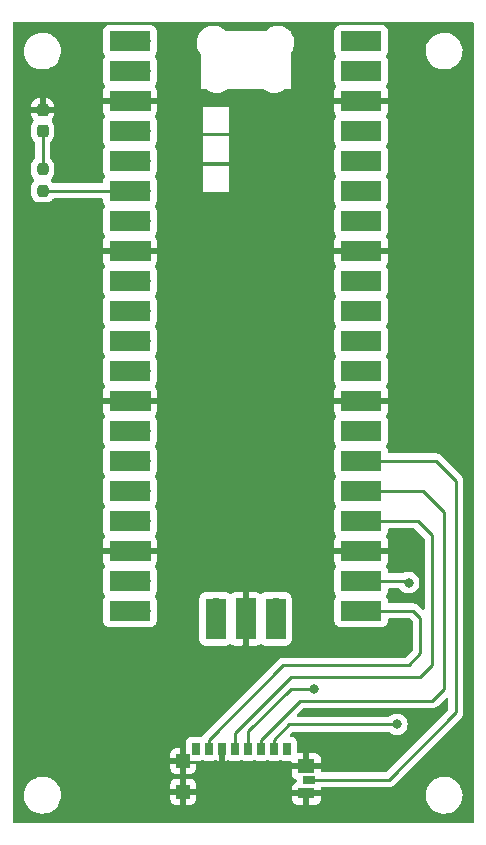
<source format=gtl>
%TF.GenerationSoftware,KiCad,Pcbnew,(6.0.2)*%
%TF.CreationDate,2022-03-21T08:59:47-06:00*%
%TF.ProjectId,carrier_board,63617272-6965-4725-9f62-6f6172642e6b,v1b*%
%TF.SameCoordinates,Original*%
%TF.FileFunction,Copper,L1,Top*%
%TF.FilePolarity,Positive*%
%FSLAX46Y46*%
G04 Gerber Fmt 4.6, Leading zero omitted, Abs format (unit mm)*
G04 Created by KiCad (PCBNEW (6.0.2)) date 2022-03-21 08:59:47*
%MOMM*%
%LPD*%
G01*
G04 APERTURE LIST*
G04 Aperture macros list*
%AMRoundRect*
0 Rectangle with rounded corners*
0 $1 Rounding radius*
0 $2 $3 $4 $5 $6 $7 $8 $9 X,Y pos of 4 corners*
0 Add a 4 corners polygon primitive as box body*
4,1,4,$2,$3,$4,$5,$6,$7,$8,$9,$2,$3,0*
0 Add four circle primitives for the rounded corners*
1,1,$1+$1,$2,$3*
1,1,$1+$1,$4,$5*
1,1,$1+$1,$6,$7*
1,1,$1+$1,$8,$9*
0 Add four rect primitives between the rounded corners*
20,1,$1+$1,$2,$3,$4,$5,0*
20,1,$1+$1,$4,$5,$6,$7,0*
20,1,$1+$1,$6,$7,$8,$9,0*
20,1,$1+$1,$8,$9,$2,$3,0*%
G04 Aperture macros list end*
%TA.AperFunction,ComponentPad*%
%ADD10O,1.700000X1.700000*%
%TD*%
%TA.AperFunction,SMDPad,CuDef*%
%ADD11R,3.500000X1.700000*%
%TD*%
%TA.AperFunction,ComponentPad*%
%ADD12R,1.700000X1.700000*%
%TD*%
%TA.AperFunction,SMDPad,CuDef*%
%ADD13R,1.700000X3.500000*%
%TD*%
%TA.AperFunction,SMDPad,CuDef*%
%ADD14RoundRect,0.237500X0.237500X-0.250000X0.237500X0.250000X-0.237500X0.250000X-0.237500X-0.250000X0*%
%TD*%
%TA.AperFunction,SMDPad,CuDef*%
%ADD15RoundRect,0.237500X-0.237500X0.287500X-0.237500X-0.287500X0.237500X-0.287500X0.237500X0.287500X0*%
%TD*%
%TA.AperFunction,SMDPad,CuDef*%
%ADD16R,1.150000X1.200000*%
%TD*%
%TA.AperFunction,SMDPad,CuDef*%
%ADD17R,1.450000X1.200000*%
%TD*%
%TA.AperFunction,SMDPad,CuDef*%
%ADD18R,1.000000X0.700000*%
%TD*%
%TA.AperFunction,SMDPad,CuDef*%
%ADD19R,1.400000X0.900000*%
%TD*%
%TA.AperFunction,SMDPad,CuDef*%
%ADD20R,0.700000X1.000000*%
%TD*%
%TA.AperFunction,ViaPad*%
%ADD21C,0.800000*%
%TD*%
%TA.AperFunction,Conductor*%
%ADD22C,0.250000*%
%TD*%
G04 APERTURE END LIST*
D10*
%TO.P,U1,1,GPIO0*%
%TO.N,unconnected-(U1-Pad1)*%
X138300000Y-61145000D03*
D11*
X137400000Y-61145000D03*
D10*
%TO.P,U1,2,GPIO1*%
%TO.N,unconnected-(U1-Pad2)*%
X138300000Y-63685000D03*
D11*
X137400000Y-63685000D03*
%TO.P,U1,3,GND*%
%TO.N,GND*%
X137400000Y-66225000D03*
D12*
X138300000Y-66225000D03*
D11*
%TO.P,U1,4,GPIO2*%
%TO.N,unconnected-(U1-Pad4)*%
X137400000Y-68765000D03*
D10*
X138300000Y-68765000D03*
D11*
%TO.P,U1,5,GPIO3*%
%TO.N,unconnected-(U1-Pad5)*%
X137400000Y-71305000D03*
D10*
X138300000Y-71305000D03*
%TO.P,U1,6,GPIO4*%
%TO.N,Net-(U1-Pad6)*%
X138300000Y-73845000D03*
D11*
X137400000Y-73845000D03*
%TO.P,U1,7,GPIO5*%
%TO.N,unconnected-(U1-Pad7)*%
X137400000Y-76385000D03*
D10*
X138300000Y-76385000D03*
D12*
%TO.P,U1,8,GND*%
%TO.N,GND*%
X138300000Y-78925000D03*
D11*
X137400000Y-78925000D03*
%TO.P,U1,9,GPIO6*%
%TO.N,unconnected-(U1-Pad9)*%
X137400000Y-81465000D03*
D10*
X138300000Y-81465000D03*
%TO.P,U1,10,GPIO7*%
%TO.N,unconnected-(U1-Pad10)*%
X138300000Y-84005000D03*
D11*
X137400000Y-84005000D03*
D10*
%TO.P,U1,11,GPIO8*%
%TO.N,unconnected-(U1-Pad11)*%
X138300000Y-86545000D03*
D11*
X137400000Y-86545000D03*
D10*
%TO.P,U1,12,GPIO9*%
%TO.N,unconnected-(U1-Pad12)*%
X138300000Y-89085000D03*
D11*
X137400000Y-89085000D03*
D12*
%TO.P,U1,13,GND*%
%TO.N,GND*%
X138300000Y-91625000D03*
D11*
X137400000Y-91625000D03*
%TO.P,U1,14,GPIO10*%
%TO.N,unconnected-(U1-Pad14)*%
X137400000Y-94165000D03*
D10*
X138300000Y-94165000D03*
D11*
%TO.P,U1,15,GPIO11*%
%TO.N,unconnected-(U1-Pad15)*%
X137400000Y-96705000D03*
D10*
X138300000Y-96705000D03*
D11*
%TO.P,U1,16,GPIO12*%
%TO.N,unconnected-(U1-Pad16)*%
X137400000Y-99245000D03*
D10*
X138300000Y-99245000D03*
D11*
%TO.P,U1,17,GPIO13*%
%TO.N,unconnected-(U1-Pad17)*%
X137400000Y-101785000D03*
D10*
X138300000Y-101785000D03*
D11*
%TO.P,U1,18,GND*%
%TO.N,GND*%
X137400000Y-104325000D03*
D12*
X138300000Y-104325000D03*
D10*
%TO.P,U1,19,GPIO14*%
%TO.N,unconnected-(U1-Pad19)*%
X138300000Y-106865000D03*
D11*
X137400000Y-106865000D03*
%TO.P,U1,20,GPIO15*%
%TO.N,unconnected-(U1-Pad20)*%
X137400000Y-109405000D03*
D10*
X138300000Y-109405000D03*
D11*
%TO.P,U1,21,GPIO16*%
%TO.N,Net-(J1-PadP7)*%
X156980000Y-109405000D03*
D10*
X156080000Y-109405000D03*
%TO.P,U1,22,GPIO17*%
%TO.N,Net-(J1-PadP2)*%
X156080000Y-106865000D03*
D11*
X156980000Y-106865000D03*
%TO.P,U1,23,GND*%
%TO.N,GND*%
X156980000Y-104325000D03*
D12*
X156080000Y-104325000D03*
D11*
%TO.P,U1,24,GPIO18*%
%TO.N,Net-(J1-PadP5)*%
X156980000Y-101785000D03*
D10*
X156080000Y-101785000D03*
D11*
%TO.P,U1,25,GPIO19*%
%TO.N,Net-(J1-PadP3)*%
X156980000Y-99245000D03*
D10*
X156080000Y-99245000D03*
D11*
%TO.P,U1,26,GPIO20*%
%TO.N,Net-(J1-PadG4)*%
X156980000Y-96705000D03*
D10*
X156080000Y-96705000D03*
%TO.P,U1,27,GPIO21*%
%TO.N,unconnected-(U1-Pad27)*%
X156080000Y-94165000D03*
D11*
X156980000Y-94165000D03*
D12*
%TO.P,U1,28,GND*%
%TO.N,GND*%
X156080000Y-91625000D03*
D11*
X156980000Y-91625000D03*
%TO.P,U1,29,GPIO22*%
%TO.N,unconnected-(U1-Pad29)*%
X156980000Y-89085000D03*
D10*
X156080000Y-89085000D03*
D11*
%TO.P,U1,30,RUN*%
%TO.N,unconnected-(U1-Pad30)*%
X156980000Y-86545000D03*
D10*
X156080000Y-86545000D03*
D11*
%TO.P,U1,31,GPIO26_ADC0*%
%TO.N,unconnected-(U1-Pad31)*%
X156980000Y-84005000D03*
D10*
X156080000Y-84005000D03*
%TO.P,U1,32,GPIO27_ADC1*%
%TO.N,unconnected-(U1-Pad32)*%
X156080000Y-81465000D03*
D11*
X156980000Y-81465000D03*
%TO.P,U1,33,AGND*%
%TO.N,GND*%
X156980000Y-78925000D03*
D12*
X156080000Y-78925000D03*
D11*
%TO.P,U1,34,GPIO28_ADC2*%
%TO.N,unconnected-(U1-Pad34)*%
X156980000Y-76385000D03*
D10*
X156080000Y-76385000D03*
D11*
%TO.P,U1,35,ADC_VREF*%
%TO.N,unconnected-(U1-Pad35)*%
X156980000Y-73845000D03*
D10*
X156080000Y-73845000D03*
D11*
%TO.P,U1,36,3V3*%
%TO.N,VDD*%
X156980000Y-71305000D03*
D10*
X156080000Y-71305000D03*
%TO.P,U1,37,3V3_EN*%
%TO.N,unconnected-(U1-Pad37)*%
X156080000Y-68765000D03*
D11*
X156980000Y-68765000D03*
%TO.P,U1,38,GND*%
%TO.N,GND*%
X156980000Y-66225000D03*
D12*
X156080000Y-66225000D03*
D10*
%TO.P,U1,39,VSYS*%
%TO.N,unconnected-(U1-Pad39)*%
X156080000Y-63685000D03*
D11*
X156980000Y-63685000D03*
D10*
%TO.P,U1,40,VBUS*%
%TO.N,unconnected-(U1-Pad40)*%
X156080000Y-61145000D03*
D11*
X156980000Y-61145000D03*
D10*
%TO.P,U1,41,SWCLK*%
%TO.N,unconnected-(U1-Pad41)*%
X144650000Y-109175000D03*
D13*
X144650000Y-110075000D03*
D12*
%TO.P,U1,42,GND*%
%TO.N,GND*%
X147190000Y-109175000D03*
D13*
X147190000Y-110075000D03*
%TO.P,U1,43,SWDIO*%
%TO.N,unconnected-(U1-Pad43)*%
X149730000Y-110075000D03*
D10*
X149730000Y-109175000D03*
%TD*%
D14*
%TO.P,R1,1*%
%TO.N,Net-(U1-Pad6)*%
X130000000Y-73825000D03*
%TO.P,R1,2*%
%TO.N,Net-(R1-Pad2)*%
X130000000Y-72000000D03*
%TD*%
D15*
%TO.P,D1,1,K*%
%TO.N,GND*%
X130000000Y-67000000D03*
%TO.P,D1,2,A*%
%TO.N,Net-(R1-Pad2)*%
X130000000Y-68750000D03*
%TD*%
D16*
%TO.P,J1,G1,GND_1*%
%TO.N,GND*%
X141915000Y-122110000D03*
%TO.P,J1,G2,GND_2*%
X141915000Y-124700000D03*
D17*
%TO.P,J1,G3,GND_3*%
X152315000Y-122550000D03*
D18*
%TO.P,J1,G4,POL*%
%TO.N,Net-(J1-PadG4)*%
X152540000Y-123700000D03*
D19*
%TO.P,J1,G5,DET*%
%TO.N,GND*%
X152340000Y-124850000D03*
D20*
%TO.P,J1,P1,DAT2*%
%TO.N,unconnected-(J1-PadP1)*%
X150690000Y-121060000D03*
%TO.P,J1,P2,CD/DAT3*%
%TO.N,Net-(J1-PadP2)*%
X149590000Y-121060000D03*
%TO.P,J1,P3,CMD*%
%TO.N,Net-(J1-PadP3)*%
X148490000Y-121060000D03*
%TO.P,J1,P4,VDD*%
%TO.N,VDD*%
X147390000Y-121060000D03*
%TO.P,J1,P5,CLK*%
%TO.N,Net-(J1-PadP5)*%
X146290000Y-121060000D03*
%TO.P,J1,P6,VSS*%
%TO.N,GND*%
X145190000Y-121060000D03*
%TO.P,J1,P7,DAT0*%
%TO.N,Net-(J1-PadP7)*%
X144090000Y-121060000D03*
%TO.P,J1,P8,DAT1*%
%TO.N,unconnected-(J1-PadP8)*%
X142990000Y-121060000D03*
%TD*%
D21*
%TO.N,Net-(J1-PadP2)*%
X160000000Y-119000000D03*
X161000000Y-107000000D03*
%TO.N,VDD*%
X153000000Y-116000000D03*
%TD*%
D22*
%TO.N,Net-(U1-Pad6)*%
X138300000Y-73845000D02*
X130020000Y-73845000D01*
X130020000Y-73845000D02*
X130000000Y-73825000D01*
X130057500Y-73845000D02*
X130000000Y-73787500D01*
%TO.N,Net-(J1-PadP2)*%
X156080000Y-106865000D02*
X160865000Y-106865000D01*
X160865000Y-106865000D02*
X161000000Y-107000000D01*
X150900000Y-119000000D02*
X160000000Y-119000000D01*
X149590000Y-121060000D02*
X149590000Y-120310000D01*
X149590000Y-120310000D02*
X150900000Y-119000000D01*
%TO.N,Net-(J1-PadP3)*%
X163000000Y-117000000D02*
X164000000Y-116000000D01*
X162245000Y-99245000D02*
X164000000Y-101000000D01*
X148490000Y-120310000D02*
X151800000Y-117000000D01*
X148490000Y-121060000D02*
X148490000Y-120310000D01*
X156080000Y-99245000D02*
X162245000Y-99245000D01*
X151800000Y-117000000D02*
X163000000Y-117000000D01*
X164000000Y-116000000D02*
X164000000Y-101000000D01*
%TO.N,VDD*%
X153000000Y-116000000D02*
X151000000Y-116000000D01*
X147390000Y-119610000D02*
X147390000Y-121060000D01*
X151000000Y-116000000D02*
X147390000Y-119610000D01*
%TO.N,Net-(J1-PadP5)*%
X161785000Y-101785000D02*
X156080000Y-101785000D01*
X151000000Y-115000000D02*
X162000000Y-115000000D01*
X163000000Y-114000000D02*
X163000000Y-103000000D01*
X146290000Y-119710000D02*
X151000000Y-115000000D01*
X146290000Y-121060000D02*
X146290000Y-119710000D01*
X163000000Y-103000000D02*
X161785000Y-101785000D01*
X162000000Y-115000000D02*
X163000000Y-114000000D01*
%TO.N,Net-(J1-PadP7)*%
X161000000Y-114000000D02*
X162000000Y-113000000D01*
X161405000Y-109405000D02*
X156080000Y-109405000D01*
X162000000Y-113000000D02*
X162000000Y-110000000D01*
X162000000Y-110000000D02*
X161405000Y-109405000D01*
X144090000Y-120310000D02*
X150400000Y-114000000D01*
X144090000Y-121060000D02*
X144090000Y-120310000D01*
X150400000Y-114000000D02*
X161000000Y-114000000D01*
%TO.N,Net-(J1-PadG4)*%
X152540000Y-123700000D02*
X159300000Y-123700000D01*
X165000000Y-98410000D02*
X165000000Y-118000000D01*
X163295000Y-96705000D02*
X156080000Y-96705000D01*
X163295000Y-96705000D02*
X165000000Y-98410000D01*
X159300000Y-123700000D02*
X165000000Y-118000000D01*
%TO.N,Net-(R1-Pad2)*%
X130000000Y-72000000D02*
X130000000Y-68750000D01*
%TD*%
%TA.AperFunction,Conductor*%
%TO.N,GND*%
G36*
X166434121Y-59528002D02*
G01*
X166480614Y-59581658D01*
X166492000Y-59634000D01*
X166492000Y-127266000D01*
X166471998Y-127334121D01*
X166418342Y-127380614D01*
X166366000Y-127392000D01*
X127634000Y-127392000D01*
X127565879Y-127371998D01*
X127519386Y-127318342D01*
X127508000Y-127266000D01*
X127508000Y-125054568D01*
X128437382Y-125054568D01*
X128437963Y-125059588D01*
X128437963Y-125059592D01*
X128450924Y-125171607D01*
X128466208Y-125303699D01*
X128467587Y-125308573D01*
X128467588Y-125308577D01*
X128533116Y-125540148D01*
X128534494Y-125545017D01*
X128536628Y-125549592D01*
X128536630Y-125549599D01*
X128627648Y-125744786D01*
X128640484Y-125772313D01*
X128643326Y-125776494D01*
X128643326Y-125776495D01*
X128778605Y-125975552D01*
X128778608Y-125975556D01*
X128781451Y-125979739D01*
X128784928Y-125983416D01*
X128784929Y-125983417D01*
X128885238Y-126089491D01*
X128953767Y-126161959D01*
X128957793Y-126165037D01*
X128957794Y-126165038D01*
X129148981Y-126311212D01*
X129148985Y-126311215D01*
X129153001Y-126314285D01*
X129374026Y-126432797D01*
X129378807Y-126434443D01*
X129378811Y-126434445D01*
X129604538Y-126512169D01*
X129611156Y-126514448D01*
X129714689Y-126532331D01*
X129854380Y-126556460D01*
X129854386Y-126556461D01*
X129858290Y-126557135D01*
X129862251Y-126557315D01*
X129862252Y-126557315D01*
X129886931Y-126558436D01*
X129886950Y-126558436D01*
X129888350Y-126558500D01*
X130063015Y-126558500D01*
X130065523Y-126558298D01*
X130065528Y-126558298D01*
X130244944Y-126543863D01*
X130244949Y-126543862D01*
X130249985Y-126543457D01*
X130254893Y-126542252D01*
X130254896Y-126542251D01*
X130488625Y-126484841D01*
X130493539Y-126483634D01*
X130498191Y-126481659D01*
X130498195Y-126481658D01*
X130719741Y-126387617D01*
X130719742Y-126387617D01*
X130724396Y-126385641D01*
X130936615Y-126252000D01*
X131124738Y-126086147D01*
X131283924Y-125892351D01*
X131410078Y-125675596D01*
X131412885Y-125668285D01*
X131498143Y-125446181D01*
X131499955Y-125441461D01*
X131508126Y-125402352D01*
X131520176Y-125344669D01*
X140832001Y-125344669D01*
X140832371Y-125351490D01*
X140837895Y-125402352D01*
X140841521Y-125417604D01*
X140886676Y-125538054D01*
X140895214Y-125553649D01*
X140971715Y-125655724D01*
X140984276Y-125668285D01*
X141086351Y-125744786D01*
X141101946Y-125753324D01*
X141222394Y-125798478D01*
X141237649Y-125802105D01*
X141288514Y-125807631D01*
X141295328Y-125808000D01*
X141642885Y-125808000D01*
X141658124Y-125803525D01*
X141659329Y-125802135D01*
X141661000Y-125794452D01*
X141661000Y-125789884D01*
X142169000Y-125789884D01*
X142173475Y-125805123D01*
X142174865Y-125806328D01*
X142182548Y-125807999D01*
X142534669Y-125807999D01*
X142541490Y-125807629D01*
X142592352Y-125802105D01*
X142607604Y-125798479D01*
X142728054Y-125753324D01*
X142743649Y-125744786D01*
X142845724Y-125668285D01*
X142858285Y-125655724D01*
X142934786Y-125553649D01*
X142943324Y-125538054D01*
X142988478Y-125417606D01*
X142992105Y-125402351D01*
X142997631Y-125351486D01*
X142998000Y-125344672D01*
X142998000Y-125344669D01*
X151132001Y-125344669D01*
X151132371Y-125351490D01*
X151137895Y-125402352D01*
X151141521Y-125417604D01*
X151186676Y-125538054D01*
X151195214Y-125553649D01*
X151271715Y-125655724D01*
X151284276Y-125668285D01*
X151386351Y-125744786D01*
X151401946Y-125753324D01*
X151522394Y-125798478D01*
X151537649Y-125802105D01*
X151588514Y-125807631D01*
X151595328Y-125808000D01*
X152067885Y-125808000D01*
X152083124Y-125803525D01*
X152084329Y-125802135D01*
X152086000Y-125794452D01*
X152086000Y-125789884D01*
X152594000Y-125789884D01*
X152598475Y-125805123D01*
X152599865Y-125806328D01*
X152607548Y-125807999D01*
X153084669Y-125807999D01*
X153091490Y-125807629D01*
X153142352Y-125802105D01*
X153157604Y-125798479D01*
X153278054Y-125753324D01*
X153293649Y-125744786D01*
X153395724Y-125668285D01*
X153408285Y-125655724D01*
X153484786Y-125553649D01*
X153493324Y-125538054D01*
X153538478Y-125417606D01*
X153542105Y-125402351D01*
X153547631Y-125351486D01*
X153548000Y-125344672D01*
X153548000Y-125122115D01*
X153543525Y-125106876D01*
X153542135Y-125105671D01*
X153534452Y-125104000D01*
X152612115Y-125104000D01*
X152596876Y-125108475D01*
X152595671Y-125109865D01*
X152594000Y-125117548D01*
X152594000Y-125789884D01*
X152086000Y-125789884D01*
X152086000Y-125122115D01*
X152081525Y-125106876D01*
X152080135Y-125105671D01*
X152072452Y-125104000D01*
X151150116Y-125104000D01*
X151134877Y-125108475D01*
X151133672Y-125109865D01*
X151132001Y-125117548D01*
X151132001Y-125344669D01*
X142998000Y-125344669D01*
X142998000Y-125054568D01*
X162437382Y-125054568D01*
X162437963Y-125059588D01*
X162437963Y-125059592D01*
X162450924Y-125171607D01*
X162466208Y-125303699D01*
X162467587Y-125308573D01*
X162467588Y-125308577D01*
X162533116Y-125540148D01*
X162534494Y-125545017D01*
X162536628Y-125549592D01*
X162536630Y-125549599D01*
X162627648Y-125744786D01*
X162640484Y-125772313D01*
X162643326Y-125776494D01*
X162643326Y-125776495D01*
X162778605Y-125975552D01*
X162778608Y-125975556D01*
X162781451Y-125979739D01*
X162784928Y-125983416D01*
X162784929Y-125983417D01*
X162885238Y-126089491D01*
X162953767Y-126161959D01*
X162957793Y-126165037D01*
X162957794Y-126165038D01*
X163148981Y-126311212D01*
X163148985Y-126311215D01*
X163153001Y-126314285D01*
X163374026Y-126432797D01*
X163378807Y-126434443D01*
X163378811Y-126434445D01*
X163604538Y-126512169D01*
X163611156Y-126514448D01*
X163714689Y-126532331D01*
X163854380Y-126556460D01*
X163854386Y-126556461D01*
X163858290Y-126557135D01*
X163862251Y-126557315D01*
X163862252Y-126557315D01*
X163886931Y-126558436D01*
X163886950Y-126558436D01*
X163888350Y-126558500D01*
X164063015Y-126558500D01*
X164065523Y-126558298D01*
X164065528Y-126558298D01*
X164244944Y-126543863D01*
X164244949Y-126543862D01*
X164249985Y-126543457D01*
X164254893Y-126542252D01*
X164254896Y-126542251D01*
X164488625Y-126484841D01*
X164493539Y-126483634D01*
X164498191Y-126481659D01*
X164498195Y-126481658D01*
X164719741Y-126387617D01*
X164719742Y-126387617D01*
X164724396Y-126385641D01*
X164936615Y-126252000D01*
X165124738Y-126086147D01*
X165283924Y-125892351D01*
X165410078Y-125675596D01*
X165412885Y-125668285D01*
X165498143Y-125446181D01*
X165499955Y-125441461D01*
X165508126Y-125402352D01*
X165550206Y-125200921D01*
X165551241Y-125195967D01*
X165555342Y-125105671D01*
X165557662Y-125054568D01*
X165562618Y-124945432D01*
X165533792Y-124696301D01*
X165504144Y-124591525D01*
X165466884Y-124459852D01*
X165466883Y-124459850D01*
X165465506Y-124454983D01*
X165463372Y-124450408D01*
X165463370Y-124450401D01*
X165361653Y-124232269D01*
X165361651Y-124232265D01*
X165359516Y-124227687D01*
X165343787Y-124204542D01*
X165221395Y-124024448D01*
X165221392Y-124024444D01*
X165218549Y-124020261D01*
X165117925Y-123913853D01*
X165049713Y-123841721D01*
X165046233Y-123838041D01*
X164941497Y-123757964D01*
X164851019Y-123688788D01*
X164851015Y-123688785D01*
X164846999Y-123685715D01*
X164625974Y-123567203D01*
X164621193Y-123565557D01*
X164621189Y-123565555D01*
X164393633Y-123487201D01*
X164388844Y-123485552D01*
X164285311Y-123467669D01*
X164145620Y-123443540D01*
X164145614Y-123443539D01*
X164141710Y-123442865D01*
X164137749Y-123442685D01*
X164137748Y-123442685D01*
X164113069Y-123441564D01*
X164113050Y-123441564D01*
X164111650Y-123441500D01*
X163936985Y-123441500D01*
X163934477Y-123441702D01*
X163934472Y-123441702D01*
X163755056Y-123456137D01*
X163755051Y-123456138D01*
X163750015Y-123456543D01*
X163745107Y-123457748D01*
X163745104Y-123457749D01*
X163549787Y-123505724D01*
X163506461Y-123516366D01*
X163501809Y-123518341D01*
X163501805Y-123518342D01*
X163305848Y-123601521D01*
X163275604Y-123614359D01*
X163210727Y-123655214D01*
X163069299Y-123744276D01*
X163063385Y-123748000D01*
X162875262Y-123913853D01*
X162716076Y-124107649D01*
X162589922Y-124324404D01*
X162588109Y-124329127D01*
X162588108Y-124329129D01*
X162544963Y-124441525D01*
X162500045Y-124558539D01*
X162499012Y-124563485D01*
X162499010Y-124563491D01*
X162492568Y-124594329D01*
X162448759Y-124804033D01*
X162437382Y-125054568D01*
X142998000Y-125054568D01*
X142998000Y-124972115D01*
X142993525Y-124956876D01*
X142992135Y-124955671D01*
X142984452Y-124954000D01*
X142187115Y-124954000D01*
X142171876Y-124958475D01*
X142170671Y-124959865D01*
X142169000Y-124967548D01*
X142169000Y-125789884D01*
X141661000Y-125789884D01*
X141661000Y-124972115D01*
X141656525Y-124956876D01*
X141655135Y-124955671D01*
X141647452Y-124954000D01*
X140850116Y-124954000D01*
X140834877Y-124958475D01*
X140833672Y-124959865D01*
X140832001Y-124967548D01*
X140832001Y-125344669D01*
X131520176Y-125344669D01*
X131550206Y-125200921D01*
X131551241Y-125195967D01*
X131555342Y-125105671D01*
X131557662Y-125054568D01*
X131562618Y-124945432D01*
X131533792Y-124696301D01*
X131504144Y-124591525D01*
X131466884Y-124459852D01*
X131466883Y-124459850D01*
X131465506Y-124454983D01*
X131463372Y-124450408D01*
X131463370Y-124450401D01*
X131452871Y-124427885D01*
X140832000Y-124427885D01*
X140836475Y-124443124D01*
X140837865Y-124444329D01*
X140845548Y-124446000D01*
X141642885Y-124446000D01*
X141658124Y-124441525D01*
X141659329Y-124440135D01*
X141661000Y-124432452D01*
X141661000Y-124427885D01*
X142169000Y-124427885D01*
X142173475Y-124443124D01*
X142174865Y-124444329D01*
X142182548Y-124446000D01*
X142979884Y-124446000D01*
X142995123Y-124441525D01*
X142996328Y-124440135D01*
X142997999Y-124432452D01*
X142997999Y-124055331D01*
X142997629Y-124048510D01*
X142992105Y-123997648D01*
X142988479Y-123982396D01*
X142943324Y-123861946D01*
X142934786Y-123846351D01*
X142858285Y-123744276D01*
X142845724Y-123731715D01*
X142743649Y-123655214D01*
X142728054Y-123646676D01*
X142607606Y-123601522D01*
X142592351Y-123597895D01*
X142541486Y-123592369D01*
X142534672Y-123592000D01*
X142187115Y-123592000D01*
X142171876Y-123596475D01*
X142170671Y-123597865D01*
X142169000Y-123605548D01*
X142169000Y-124427885D01*
X141661000Y-124427885D01*
X141661000Y-123610116D01*
X141656525Y-123594877D01*
X141655135Y-123593672D01*
X141647452Y-123592001D01*
X141295331Y-123592001D01*
X141288510Y-123592371D01*
X141237648Y-123597895D01*
X141222396Y-123601521D01*
X141101946Y-123646676D01*
X141086351Y-123655214D01*
X140984276Y-123731715D01*
X140971715Y-123744276D01*
X140895214Y-123846351D01*
X140886676Y-123861946D01*
X140841522Y-123982394D01*
X140837895Y-123997649D01*
X140832369Y-124048514D01*
X140832000Y-124055328D01*
X140832000Y-124427885D01*
X131452871Y-124427885D01*
X131361653Y-124232269D01*
X131361651Y-124232265D01*
X131359516Y-124227687D01*
X131343787Y-124204542D01*
X131221395Y-124024448D01*
X131221392Y-124024444D01*
X131218549Y-124020261D01*
X131117925Y-123913853D01*
X131049713Y-123841721D01*
X131046233Y-123838041D01*
X130941497Y-123757964D01*
X130851019Y-123688788D01*
X130851015Y-123688785D01*
X130846999Y-123685715D01*
X130625974Y-123567203D01*
X130621193Y-123565557D01*
X130621189Y-123565555D01*
X130393633Y-123487201D01*
X130388844Y-123485552D01*
X130285311Y-123467669D01*
X130145620Y-123443540D01*
X130145614Y-123443539D01*
X130141710Y-123442865D01*
X130137749Y-123442685D01*
X130137748Y-123442685D01*
X130113069Y-123441564D01*
X130113050Y-123441564D01*
X130111650Y-123441500D01*
X129936985Y-123441500D01*
X129934477Y-123441702D01*
X129934472Y-123441702D01*
X129755056Y-123456137D01*
X129755051Y-123456138D01*
X129750015Y-123456543D01*
X129745107Y-123457748D01*
X129745104Y-123457749D01*
X129549787Y-123505724D01*
X129506461Y-123516366D01*
X129501809Y-123518341D01*
X129501805Y-123518342D01*
X129305848Y-123601521D01*
X129275604Y-123614359D01*
X129210727Y-123655214D01*
X129069299Y-123744276D01*
X129063385Y-123748000D01*
X128875262Y-123913853D01*
X128716076Y-124107649D01*
X128589922Y-124324404D01*
X128588109Y-124329127D01*
X128588108Y-124329129D01*
X128544963Y-124441525D01*
X128500045Y-124558539D01*
X128499012Y-124563485D01*
X128499010Y-124563491D01*
X128492568Y-124594329D01*
X128448759Y-124804033D01*
X128437382Y-125054568D01*
X127508000Y-125054568D01*
X127508000Y-122754669D01*
X140832001Y-122754669D01*
X140832371Y-122761490D01*
X140837895Y-122812352D01*
X140841521Y-122827604D01*
X140886676Y-122948054D01*
X140895214Y-122963649D01*
X140971715Y-123065724D01*
X140984276Y-123078285D01*
X141086351Y-123154786D01*
X141101946Y-123163324D01*
X141222394Y-123208478D01*
X141237649Y-123212105D01*
X141288514Y-123217631D01*
X141295328Y-123218000D01*
X141642885Y-123218000D01*
X141658124Y-123213525D01*
X141659329Y-123212135D01*
X141661000Y-123204452D01*
X141661000Y-123199884D01*
X142169000Y-123199884D01*
X142173475Y-123215123D01*
X142174865Y-123216328D01*
X142182548Y-123217999D01*
X142534669Y-123217999D01*
X142541490Y-123217629D01*
X142592352Y-123212105D01*
X142607604Y-123208479D01*
X142728054Y-123163324D01*
X142743649Y-123154786D01*
X142845724Y-123078285D01*
X142858285Y-123065724D01*
X142934786Y-122963649D01*
X142943324Y-122948054D01*
X142988478Y-122827606D01*
X142992105Y-122812351D01*
X142997631Y-122761486D01*
X142998000Y-122754672D01*
X142998000Y-122382115D01*
X142993525Y-122366876D01*
X142992135Y-122365671D01*
X142984452Y-122364000D01*
X142187115Y-122364000D01*
X142171876Y-122368475D01*
X142170671Y-122369865D01*
X142169000Y-122377548D01*
X142169000Y-123199884D01*
X141661000Y-123199884D01*
X141661000Y-122382115D01*
X141656525Y-122366876D01*
X141655135Y-122365671D01*
X141647452Y-122364000D01*
X140850116Y-122364000D01*
X140834877Y-122368475D01*
X140833672Y-122369865D01*
X140832001Y-122377548D01*
X140832001Y-122754669D01*
X127508000Y-122754669D01*
X127508000Y-121837885D01*
X140832000Y-121837885D01*
X140836475Y-121853124D01*
X140837865Y-121854329D01*
X140845548Y-121856000D01*
X141642885Y-121856000D01*
X141658124Y-121851525D01*
X141659329Y-121850135D01*
X141661000Y-121842452D01*
X141661000Y-121608134D01*
X142131500Y-121608134D01*
X142138255Y-121670316D01*
X142160982Y-121730940D01*
X142169000Y-121775170D01*
X142169000Y-121837885D01*
X142173475Y-121853124D01*
X142174865Y-121854329D01*
X142188975Y-121857398D01*
X142251287Y-121891423D01*
X142263016Y-121904950D01*
X142276739Y-121923261D01*
X142393295Y-122010615D01*
X142529684Y-122061745D01*
X142591866Y-122068500D01*
X143388134Y-122068500D01*
X143392746Y-122067999D01*
X143442466Y-122062598D01*
X143442468Y-122062598D01*
X143450316Y-122061745D01*
X143457709Y-122058973D01*
X143457711Y-122058973D01*
X143495771Y-122044705D01*
X143566578Y-122039522D01*
X143584229Y-122044705D01*
X143622289Y-122058973D01*
X143622291Y-122058973D01*
X143629684Y-122061745D01*
X143637532Y-122062598D01*
X143637534Y-122062598D01*
X143687254Y-122067999D01*
X143691866Y-122068500D01*
X144488134Y-122068500D01*
X144550316Y-122061745D01*
X144596482Y-122044438D01*
X144667289Y-122039255D01*
X144684942Y-122044438D01*
X144722394Y-122058478D01*
X144737649Y-122062105D01*
X144788514Y-122067631D01*
X144795328Y-122068000D01*
X144917885Y-122068000D01*
X144933124Y-122063525D01*
X144934329Y-122062135D01*
X144936000Y-122054452D01*
X144936000Y-121704986D01*
X144939301Y-121676835D01*
X144941745Y-121670316D01*
X144942599Y-121662460D01*
X144948131Y-121611531D01*
X144948500Y-121608134D01*
X144948500Y-120932000D01*
X144968502Y-120863879D01*
X145022158Y-120817386D01*
X145074500Y-120806000D01*
X145305500Y-120806000D01*
X145373621Y-120826002D01*
X145420114Y-120879658D01*
X145431500Y-120932000D01*
X145431500Y-121608134D01*
X145431869Y-121611531D01*
X145437402Y-121662460D01*
X145438255Y-121670316D01*
X145440699Y-121676835D01*
X145444000Y-121704986D01*
X145444000Y-122049884D01*
X145448475Y-122065123D01*
X145449865Y-122066328D01*
X145457548Y-122067999D01*
X145584669Y-122067999D01*
X145591490Y-122067629D01*
X145642352Y-122062105D01*
X145657604Y-122058479D01*
X145695058Y-122044438D01*
X145765865Y-122039255D01*
X145783516Y-122044438D01*
X145829684Y-122061745D01*
X145891866Y-122068500D01*
X146688134Y-122068500D01*
X146692746Y-122067999D01*
X146742466Y-122062598D01*
X146742468Y-122062598D01*
X146750316Y-122061745D01*
X146757709Y-122058973D01*
X146757711Y-122058973D01*
X146795771Y-122044705D01*
X146866578Y-122039522D01*
X146884229Y-122044705D01*
X146922289Y-122058973D01*
X146922291Y-122058973D01*
X146929684Y-122061745D01*
X146937532Y-122062598D01*
X146937534Y-122062598D01*
X146987254Y-122067999D01*
X146991866Y-122068500D01*
X147788134Y-122068500D01*
X147792746Y-122067999D01*
X147842466Y-122062598D01*
X147842468Y-122062598D01*
X147850316Y-122061745D01*
X147857709Y-122058973D01*
X147857711Y-122058973D01*
X147895771Y-122044705D01*
X147966578Y-122039522D01*
X147984229Y-122044705D01*
X148022289Y-122058973D01*
X148022291Y-122058973D01*
X148029684Y-122061745D01*
X148037532Y-122062598D01*
X148037534Y-122062598D01*
X148087254Y-122067999D01*
X148091866Y-122068500D01*
X148888134Y-122068500D01*
X148892746Y-122067999D01*
X148942466Y-122062598D01*
X148942468Y-122062598D01*
X148950316Y-122061745D01*
X148957709Y-122058973D01*
X148957711Y-122058973D01*
X148995771Y-122044705D01*
X149066578Y-122039522D01*
X149084229Y-122044705D01*
X149122289Y-122058973D01*
X149122291Y-122058973D01*
X149129684Y-122061745D01*
X149137532Y-122062598D01*
X149137534Y-122062598D01*
X149187254Y-122067999D01*
X149191866Y-122068500D01*
X149988134Y-122068500D01*
X149992746Y-122067999D01*
X150042466Y-122062598D01*
X150042468Y-122062598D01*
X150050316Y-122061745D01*
X150057709Y-122058973D01*
X150057711Y-122058973D01*
X150095771Y-122044705D01*
X150166578Y-122039522D01*
X150184229Y-122044705D01*
X150222289Y-122058973D01*
X150222291Y-122058973D01*
X150229684Y-122061745D01*
X150237532Y-122062598D01*
X150237534Y-122062598D01*
X150287254Y-122067999D01*
X150291866Y-122068500D01*
X150956000Y-122068500D01*
X151024121Y-122088502D01*
X151070614Y-122142158D01*
X151082000Y-122194500D01*
X151082000Y-122277885D01*
X151086475Y-122293124D01*
X151087865Y-122294329D01*
X151095548Y-122296000D01*
X152042885Y-122296000D01*
X152058124Y-122291525D01*
X152059329Y-122290135D01*
X152061000Y-122282452D01*
X152061000Y-122277885D01*
X152569000Y-122277885D01*
X152573475Y-122293124D01*
X152574865Y-122294329D01*
X152582548Y-122296000D01*
X153529884Y-122296000D01*
X153545123Y-122291525D01*
X153546328Y-122290135D01*
X153547999Y-122282452D01*
X153547999Y-121905331D01*
X153547629Y-121898510D01*
X153542105Y-121847648D01*
X153538479Y-121832396D01*
X153493324Y-121711946D01*
X153484786Y-121696351D01*
X153408285Y-121594276D01*
X153395724Y-121581715D01*
X153293649Y-121505214D01*
X153278054Y-121496676D01*
X153157606Y-121451522D01*
X153142351Y-121447895D01*
X153091486Y-121442369D01*
X153084672Y-121442000D01*
X152587115Y-121442000D01*
X152571876Y-121446475D01*
X152570671Y-121447865D01*
X152569000Y-121455548D01*
X152569000Y-122277885D01*
X152061000Y-122277885D01*
X152061000Y-121460116D01*
X152056525Y-121444877D01*
X152055135Y-121443672D01*
X152047452Y-121442001D01*
X151674500Y-121442001D01*
X151606379Y-121421999D01*
X151559886Y-121368343D01*
X151548500Y-121316001D01*
X151548500Y-120511866D01*
X151541745Y-120449684D01*
X151490615Y-120313295D01*
X151403261Y-120196739D01*
X151286705Y-120109385D01*
X151150316Y-120058255D01*
X151088134Y-120051500D01*
X151048595Y-120051500D01*
X150980474Y-120031498D01*
X150933981Y-119977842D01*
X150923877Y-119907568D01*
X150953371Y-119842988D01*
X150959500Y-119836405D01*
X151125500Y-119670405D01*
X151187812Y-119636379D01*
X151214595Y-119633500D01*
X159291800Y-119633500D01*
X159359921Y-119653502D01*
X159379147Y-119669843D01*
X159379420Y-119669540D01*
X159384332Y-119673963D01*
X159388747Y-119678866D01*
X159543248Y-119791118D01*
X159549276Y-119793802D01*
X159549278Y-119793803D01*
X159659750Y-119842988D01*
X159717712Y-119868794D01*
X159805368Y-119887426D01*
X159898056Y-119907128D01*
X159898061Y-119907128D01*
X159904513Y-119908500D01*
X160095487Y-119908500D01*
X160101939Y-119907128D01*
X160101944Y-119907128D01*
X160194632Y-119887426D01*
X160282288Y-119868794D01*
X160340250Y-119842988D01*
X160450722Y-119793803D01*
X160450724Y-119793802D01*
X160456752Y-119791118D01*
X160611253Y-119678866D01*
X160646785Y-119639404D01*
X160734621Y-119541852D01*
X160734622Y-119541851D01*
X160739040Y-119536944D01*
X160834527Y-119371556D01*
X160893542Y-119189928D01*
X160913504Y-119000000D01*
X160893542Y-118810072D01*
X160834527Y-118628444D01*
X160739040Y-118463056D01*
X160692967Y-118411886D01*
X160615675Y-118326045D01*
X160615674Y-118326044D01*
X160611253Y-118321134D01*
X160492783Y-118235060D01*
X160462094Y-118212763D01*
X160462093Y-118212762D01*
X160456752Y-118208882D01*
X160450724Y-118206198D01*
X160450722Y-118206197D01*
X160288319Y-118133891D01*
X160288318Y-118133891D01*
X160282288Y-118131206D01*
X160188887Y-118111353D01*
X160101944Y-118092872D01*
X160101939Y-118092872D01*
X160095487Y-118091500D01*
X159904513Y-118091500D01*
X159898061Y-118092872D01*
X159898056Y-118092872D01*
X159811113Y-118111353D01*
X159717712Y-118131206D01*
X159711682Y-118133891D01*
X159711681Y-118133891D01*
X159549278Y-118206197D01*
X159549276Y-118206198D01*
X159543248Y-118208882D01*
X159537907Y-118212762D01*
X159537906Y-118212763D01*
X159446716Y-118279017D01*
X159388747Y-118321134D01*
X159384332Y-118326037D01*
X159379420Y-118330460D01*
X159378295Y-118329211D01*
X159324986Y-118362051D01*
X159291800Y-118366500D01*
X151633595Y-118366500D01*
X151565474Y-118346498D01*
X151518981Y-118292842D01*
X151508877Y-118222568D01*
X151538371Y-118157988D01*
X151544500Y-118151405D01*
X152025500Y-117670405D01*
X152087812Y-117636379D01*
X152114595Y-117633500D01*
X162921233Y-117633500D01*
X162932416Y-117634027D01*
X162939909Y-117635702D01*
X162947835Y-117635453D01*
X162947836Y-117635453D01*
X163007986Y-117633562D01*
X163011945Y-117633500D01*
X163039856Y-117633500D01*
X163043791Y-117633003D01*
X163043856Y-117632995D01*
X163055693Y-117632062D01*
X163087951Y-117631048D01*
X163091970Y-117630922D01*
X163099889Y-117630673D01*
X163119343Y-117625021D01*
X163138700Y-117621013D01*
X163150930Y-117619468D01*
X163150931Y-117619468D01*
X163158797Y-117618474D01*
X163166168Y-117615555D01*
X163166170Y-117615555D01*
X163199912Y-117602196D01*
X163211142Y-117598351D01*
X163245983Y-117588229D01*
X163245984Y-117588229D01*
X163253593Y-117586018D01*
X163260412Y-117581985D01*
X163260417Y-117581983D01*
X163271028Y-117575707D01*
X163288776Y-117567012D01*
X163307617Y-117559552D01*
X163343387Y-117533564D01*
X163353307Y-117527048D01*
X163384535Y-117508580D01*
X163384538Y-117508578D01*
X163391362Y-117504542D01*
X163405683Y-117490221D01*
X163420717Y-117477380D01*
X163430694Y-117470131D01*
X163437107Y-117465472D01*
X163465298Y-117431395D01*
X163473288Y-117422616D01*
X164151405Y-116744499D01*
X164213717Y-116710473D01*
X164284532Y-116715538D01*
X164341368Y-116758085D01*
X164366179Y-116824605D01*
X164366500Y-116833594D01*
X164366500Y-117685405D01*
X164346498Y-117753526D01*
X164329595Y-117774500D01*
X159074500Y-123029595D01*
X159012188Y-123063621D01*
X158985405Y-123066500D01*
X153674000Y-123066500D01*
X153605879Y-123046498D01*
X153559386Y-122992842D01*
X153548000Y-122940500D01*
X153548000Y-122822115D01*
X153543525Y-122806876D01*
X153542135Y-122805671D01*
X153534452Y-122804000D01*
X151100116Y-122804000D01*
X151084877Y-122808475D01*
X151083672Y-122809865D01*
X151082001Y-122817548D01*
X151082001Y-123194669D01*
X151082371Y-123201490D01*
X151087895Y-123252352D01*
X151091521Y-123267604D01*
X151136676Y-123388054D01*
X151145214Y-123403649D01*
X151221715Y-123505724D01*
X151234276Y-123518285D01*
X151336351Y-123594786D01*
X151351946Y-123603324D01*
X151449730Y-123639982D01*
X151506494Y-123682624D01*
X151531194Y-123749185D01*
X151531500Y-123757964D01*
X151531500Y-123810780D01*
X151511498Y-123878901D01*
X151457842Y-123925394D01*
X151449731Y-123928762D01*
X151401944Y-123946677D01*
X151386351Y-123955214D01*
X151284276Y-124031715D01*
X151271715Y-124044276D01*
X151195214Y-124146351D01*
X151186676Y-124161946D01*
X151141522Y-124282394D01*
X151137895Y-124297649D01*
X151132369Y-124348514D01*
X151132000Y-124355328D01*
X151132000Y-124577885D01*
X151136475Y-124593124D01*
X151137865Y-124594329D01*
X151145548Y-124596000D01*
X153529884Y-124596000D01*
X153545123Y-124591525D01*
X153546328Y-124590135D01*
X153547999Y-124582452D01*
X153547999Y-124459500D01*
X153568001Y-124391379D01*
X153621657Y-124344886D01*
X153673999Y-124333500D01*
X159221233Y-124333500D01*
X159232416Y-124334027D01*
X159239909Y-124335702D01*
X159247835Y-124335453D01*
X159247836Y-124335453D01*
X159307986Y-124333562D01*
X159311945Y-124333500D01*
X159339856Y-124333500D01*
X159343791Y-124333003D01*
X159343856Y-124332995D01*
X159355693Y-124332062D01*
X159387951Y-124331048D01*
X159391970Y-124330922D01*
X159399889Y-124330673D01*
X159419343Y-124325021D01*
X159438700Y-124321013D01*
X159450930Y-124319468D01*
X159450931Y-124319468D01*
X159458797Y-124318474D01*
X159466168Y-124315555D01*
X159466170Y-124315555D01*
X159499912Y-124302196D01*
X159511142Y-124298351D01*
X159545983Y-124288229D01*
X159545984Y-124288229D01*
X159553593Y-124286018D01*
X159560412Y-124281985D01*
X159560417Y-124281983D01*
X159571028Y-124275707D01*
X159588776Y-124267012D01*
X159607617Y-124259552D01*
X159643387Y-124233564D01*
X159653307Y-124227048D01*
X159684535Y-124208580D01*
X159684538Y-124208578D01*
X159691362Y-124204542D01*
X159705683Y-124190221D01*
X159720717Y-124177380D01*
X159730694Y-124170131D01*
X159737107Y-124165472D01*
X159765298Y-124131395D01*
X159773288Y-124122616D01*
X165392247Y-118503657D01*
X165400537Y-118496113D01*
X165407018Y-118492000D01*
X165428829Y-118468774D01*
X165453658Y-118442333D01*
X165456413Y-118439491D01*
X165476134Y-118419770D01*
X165478612Y-118416575D01*
X165486318Y-118407553D01*
X165511158Y-118381101D01*
X165516586Y-118375321D01*
X165526346Y-118357568D01*
X165537199Y-118341045D01*
X165544753Y-118331306D01*
X165549613Y-118325041D01*
X165567176Y-118284457D01*
X165572383Y-118273827D01*
X165593695Y-118235060D01*
X165595666Y-118227383D01*
X165595668Y-118227378D01*
X165598732Y-118215442D01*
X165605138Y-118196730D01*
X165610033Y-118185419D01*
X165613181Y-118178145D01*
X165614421Y-118170317D01*
X165614423Y-118170310D01*
X165620099Y-118134476D01*
X165622505Y-118122856D01*
X165631528Y-118087711D01*
X165631528Y-118087710D01*
X165633500Y-118080030D01*
X165633500Y-118059776D01*
X165635051Y-118040065D01*
X165636980Y-118027886D01*
X165638220Y-118020057D01*
X165634059Y-117976038D01*
X165633500Y-117964181D01*
X165633500Y-98488767D01*
X165634027Y-98477584D01*
X165635702Y-98470091D01*
X165633562Y-98402014D01*
X165633500Y-98398055D01*
X165633500Y-98370144D01*
X165632995Y-98366144D01*
X165632062Y-98354301D01*
X165631829Y-98346866D01*
X165630673Y-98310110D01*
X165625022Y-98290658D01*
X165621014Y-98271306D01*
X165619467Y-98259063D01*
X165618474Y-98251203D01*
X165615556Y-98243832D01*
X165602200Y-98210097D01*
X165598355Y-98198870D01*
X165597721Y-98196687D01*
X165586018Y-98156407D01*
X165581221Y-98148295D01*
X165575707Y-98138972D01*
X165567012Y-98121224D01*
X165559552Y-98102383D01*
X165533564Y-98066613D01*
X165527048Y-98056693D01*
X165508580Y-98025465D01*
X165508578Y-98025462D01*
X165504542Y-98018638D01*
X165490221Y-98004317D01*
X165477380Y-97989283D01*
X165465472Y-97972893D01*
X165431395Y-97944702D01*
X165422616Y-97936712D01*
X163798652Y-96312747D01*
X163791112Y-96304461D01*
X163787000Y-96297982D01*
X163737348Y-96251356D01*
X163734507Y-96248602D01*
X163714770Y-96228865D01*
X163711573Y-96226385D01*
X163702551Y-96218680D01*
X163676100Y-96193841D01*
X163670321Y-96188414D01*
X163663375Y-96184595D01*
X163663372Y-96184593D01*
X163652566Y-96178652D01*
X163636047Y-96167801D01*
X163635583Y-96167441D01*
X163620041Y-96155386D01*
X163612772Y-96152241D01*
X163612768Y-96152238D01*
X163579463Y-96137826D01*
X163568813Y-96132609D01*
X163530060Y-96111305D01*
X163510437Y-96106267D01*
X163491734Y-96099863D01*
X163480420Y-96094967D01*
X163480419Y-96094967D01*
X163473145Y-96091819D01*
X163465322Y-96090580D01*
X163465312Y-96090577D01*
X163429476Y-96084901D01*
X163417856Y-96082495D01*
X163382711Y-96073472D01*
X163382710Y-96073472D01*
X163375030Y-96071500D01*
X163354776Y-96071500D01*
X163335065Y-96069949D01*
X163322886Y-96068020D01*
X163315057Y-96066780D01*
X163307165Y-96067526D01*
X163271039Y-96070941D01*
X163259181Y-96071500D01*
X159364500Y-96071500D01*
X159296379Y-96051498D01*
X159249886Y-95997842D01*
X159238500Y-95945500D01*
X159238500Y-95806866D01*
X159231745Y-95744684D01*
X159180615Y-95608295D01*
X159107370Y-95510564D01*
X159082522Y-95444059D01*
X159097575Y-95374676D01*
X159107370Y-95359435D01*
X159175229Y-95268891D01*
X159180615Y-95261705D01*
X159231745Y-95125316D01*
X159238500Y-95063134D01*
X159238500Y-93266866D01*
X159231745Y-93204684D01*
X159180615Y-93068295D01*
X159107058Y-92970148D01*
X159082210Y-92903642D01*
X159097263Y-92834259D01*
X159107058Y-92819018D01*
X159174786Y-92728649D01*
X159183324Y-92713054D01*
X159228478Y-92592606D01*
X159232105Y-92577351D01*
X159237631Y-92526486D01*
X159238000Y-92519672D01*
X159238000Y-91897115D01*
X159233525Y-91881876D01*
X159232135Y-91880671D01*
X159224452Y-91879000D01*
X154740116Y-91879000D01*
X154724877Y-91883475D01*
X154723672Y-91884865D01*
X154722001Y-91892548D01*
X154722001Y-92519669D01*
X154722371Y-92526490D01*
X154727895Y-92577352D01*
X154731521Y-92592604D01*
X154776676Y-92713054D01*
X154785214Y-92728649D01*
X154852942Y-92819018D01*
X154877790Y-92885525D01*
X154862737Y-92954907D01*
X154852942Y-92970148D01*
X154779385Y-93068295D01*
X154728255Y-93204684D01*
X154721500Y-93266866D01*
X154721500Y-94085219D01*
X154720787Y-94098607D01*
X154717251Y-94131695D01*
X154717548Y-94136848D01*
X154717548Y-94136851D01*
X154721291Y-94201763D01*
X154721500Y-94209016D01*
X154721500Y-95063134D01*
X154728255Y-95125316D01*
X154779385Y-95261705D01*
X154784771Y-95268891D01*
X154852630Y-95359435D01*
X154877478Y-95425941D01*
X154862425Y-95495324D01*
X154852632Y-95510562D01*
X154779385Y-95608295D01*
X154728255Y-95744684D01*
X154721500Y-95806866D01*
X154721500Y-96625219D01*
X154720787Y-96638607D01*
X154717251Y-96671695D01*
X154717548Y-96676848D01*
X154717548Y-96676851D01*
X154721291Y-96741763D01*
X154721500Y-96749016D01*
X154721500Y-97603134D01*
X154728255Y-97665316D01*
X154779385Y-97801705D01*
X154784771Y-97808891D01*
X154852630Y-97899435D01*
X154877478Y-97965941D01*
X154862425Y-98035324D01*
X154852632Y-98050562D01*
X154779385Y-98148295D01*
X154728255Y-98284684D01*
X154721500Y-98346866D01*
X154721500Y-99165219D01*
X154720787Y-99178607D01*
X154717251Y-99211695D01*
X154717548Y-99216848D01*
X154717548Y-99216851D01*
X154721291Y-99281763D01*
X154721500Y-99289016D01*
X154721500Y-100143134D01*
X154728255Y-100205316D01*
X154779385Y-100341705D01*
X154784771Y-100348891D01*
X154852630Y-100439435D01*
X154877478Y-100505941D01*
X154862425Y-100575324D01*
X154852632Y-100590562D01*
X154779385Y-100688295D01*
X154728255Y-100824684D01*
X154721500Y-100886866D01*
X154721500Y-101705219D01*
X154720787Y-101718607D01*
X154717251Y-101751695D01*
X154717548Y-101756848D01*
X154717548Y-101756851D01*
X154721291Y-101821763D01*
X154721500Y-101829016D01*
X154721500Y-102683134D01*
X154728255Y-102745316D01*
X154779385Y-102881705D01*
X154784771Y-102888891D01*
X154852942Y-102979852D01*
X154877790Y-103046358D01*
X154862737Y-103115741D01*
X154852942Y-103130982D01*
X154785214Y-103221351D01*
X154776676Y-103236946D01*
X154731522Y-103357394D01*
X154727895Y-103372649D01*
X154722369Y-103423514D01*
X154722000Y-103430328D01*
X154722000Y-104052885D01*
X154726475Y-104068124D01*
X154727865Y-104069329D01*
X154735548Y-104071000D01*
X159219884Y-104071000D01*
X159235123Y-104066525D01*
X159236328Y-104065135D01*
X159237999Y-104057452D01*
X159237999Y-103430331D01*
X159237629Y-103423510D01*
X159232105Y-103372648D01*
X159228479Y-103357396D01*
X159183324Y-103236946D01*
X159174786Y-103221351D01*
X159107058Y-103130982D01*
X159082210Y-103064475D01*
X159097263Y-102995093D01*
X159107058Y-102979852D01*
X159175229Y-102888891D01*
X159180615Y-102881705D01*
X159231745Y-102745316D01*
X159238500Y-102683134D01*
X159238500Y-102544500D01*
X159258502Y-102476379D01*
X159312158Y-102429886D01*
X159364500Y-102418500D01*
X161470406Y-102418500D01*
X161538527Y-102438502D01*
X161559501Y-102455405D01*
X162329595Y-103225499D01*
X162363621Y-103287811D01*
X162366500Y-103314594D01*
X162366500Y-109166405D01*
X162346498Y-109234526D01*
X162292842Y-109281019D01*
X162222568Y-109291123D01*
X162157988Y-109261629D01*
X162151404Y-109255500D01*
X162134145Y-109238240D01*
X161908647Y-109012742D01*
X161901113Y-109004463D01*
X161897000Y-108997982D01*
X161847348Y-108951356D01*
X161844507Y-108948602D01*
X161824770Y-108928865D01*
X161821573Y-108926385D01*
X161812551Y-108918680D01*
X161786100Y-108893841D01*
X161780321Y-108888414D01*
X161773375Y-108884595D01*
X161773372Y-108884593D01*
X161762566Y-108878652D01*
X161746047Y-108867801D01*
X161745583Y-108867441D01*
X161730041Y-108855386D01*
X161722772Y-108852241D01*
X161722768Y-108852238D01*
X161689463Y-108837826D01*
X161678813Y-108832609D01*
X161640060Y-108811305D01*
X161620437Y-108806267D01*
X161601734Y-108799863D01*
X161590420Y-108794967D01*
X161590419Y-108794967D01*
X161583145Y-108791819D01*
X161575322Y-108790580D01*
X161575312Y-108790577D01*
X161539476Y-108784901D01*
X161527856Y-108782495D01*
X161492711Y-108773472D01*
X161492710Y-108773472D01*
X161485030Y-108771500D01*
X161464776Y-108771500D01*
X161445065Y-108769949D01*
X161432886Y-108768020D01*
X161425057Y-108766780D01*
X161417165Y-108767526D01*
X161381039Y-108770941D01*
X161369181Y-108771500D01*
X159364500Y-108771500D01*
X159296379Y-108751498D01*
X159249886Y-108697842D01*
X159238500Y-108645500D01*
X159238500Y-108506866D01*
X159231745Y-108444684D01*
X159180615Y-108308295D01*
X159107370Y-108210564D01*
X159082522Y-108144059D01*
X159097575Y-108074676D01*
X159107370Y-108059435D01*
X159175229Y-107968891D01*
X159180615Y-107961705D01*
X159231745Y-107825316D01*
X159238500Y-107763134D01*
X159238500Y-107624500D01*
X159258502Y-107556379D01*
X159312158Y-107509886D01*
X159364500Y-107498500D01*
X160170247Y-107498500D01*
X160238368Y-107518502D01*
X160263882Y-107540189D01*
X160388747Y-107678866D01*
X160543248Y-107791118D01*
X160549276Y-107793802D01*
X160549278Y-107793803D01*
X160711681Y-107866109D01*
X160717712Y-107868794D01*
X160811112Y-107888647D01*
X160898056Y-107907128D01*
X160898061Y-107907128D01*
X160904513Y-107908500D01*
X161095487Y-107908500D01*
X161101939Y-107907128D01*
X161101944Y-107907128D01*
X161188888Y-107888647D01*
X161282288Y-107868794D01*
X161288319Y-107866109D01*
X161450722Y-107793803D01*
X161450724Y-107793802D01*
X161456752Y-107791118D01*
X161611253Y-107678866D01*
X161739040Y-107536944D01*
X161834527Y-107371556D01*
X161893542Y-107189928D01*
X161913504Y-107000000D01*
X161893542Y-106810072D01*
X161834527Y-106628444D01*
X161739040Y-106463056D01*
X161611253Y-106321134D01*
X161487883Y-106231500D01*
X161462094Y-106212763D01*
X161462093Y-106212762D01*
X161456752Y-106208882D01*
X161450724Y-106206198D01*
X161450722Y-106206197D01*
X161288319Y-106133891D01*
X161288318Y-106133891D01*
X161282288Y-106131206D01*
X161188888Y-106111353D01*
X161101944Y-106092872D01*
X161101939Y-106092872D01*
X161095487Y-106091500D01*
X160904513Y-106091500D01*
X160898061Y-106092872D01*
X160898056Y-106092872D01*
X160811113Y-106111353D01*
X160717712Y-106131206D01*
X160543248Y-106208882D01*
X160537905Y-106212764D01*
X160534692Y-106214619D01*
X160471691Y-106231500D01*
X159364500Y-106231500D01*
X159296379Y-106211498D01*
X159249886Y-106157842D01*
X159238500Y-106105500D01*
X159238500Y-105966866D01*
X159231745Y-105904684D01*
X159180615Y-105768295D01*
X159107058Y-105670148D01*
X159082210Y-105603642D01*
X159097263Y-105534259D01*
X159107058Y-105519018D01*
X159174786Y-105428649D01*
X159183324Y-105413054D01*
X159228478Y-105292606D01*
X159232105Y-105277351D01*
X159237631Y-105226486D01*
X159238000Y-105219672D01*
X159238000Y-104597115D01*
X159233525Y-104581876D01*
X159232135Y-104580671D01*
X159224452Y-104579000D01*
X154740116Y-104579000D01*
X154724877Y-104583475D01*
X154723672Y-104584865D01*
X154722001Y-104592548D01*
X154722001Y-105219669D01*
X154722371Y-105226490D01*
X154727895Y-105277352D01*
X154731521Y-105292604D01*
X154776676Y-105413054D01*
X154785214Y-105428649D01*
X154852942Y-105519018D01*
X154877790Y-105585525D01*
X154862737Y-105654907D01*
X154852942Y-105670148D01*
X154779385Y-105768295D01*
X154728255Y-105904684D01*
X154721500Y-105966866D01*
X154721500Y-106785219D01*
X154720787Y-106798607D01*
X154717251Y-106831695D01*
X154717548Y-106836848D01*
X154717548Y-106836851D01*
X154721291Y-106901763D01*
X154721500Y-106909016D01*
X154721500Y-107763134D01*
X154728255Y-107825316D01*
X154779385Y-107961705D01*
X154784771Y-107968891D01*
X154852630Y-108059435D01*
X154877478Y-108125941D01*
X154862425Y-108195324D01*
X154852632Y-108210562D01*
X154779385Y-108308295D01*
X154728255Y-108444684D01*
X154721500Y-108506866D01*
X154721500Y-109325219D01*
X154720787Y-109338607D01*
X154717251Y-109371695D01*
X154717548Y-109376848D01*
X154717548Y-109376851D01*
X154721291Y-109441763D01*
X154721500Y-109449016D01*
X154721500Y-110303134D01*
X154728255Y-110365316D01*
X154779385Y-110501705D01*
X154866739Y-110618261D01*
X154983295Y-110705615D01*
X155119684Y-110756745D01*
X155181866Y-110763500D01*
X156050826Y-110763500D01*
X156055443Y-110763585D01*
X156136673Y-110766564D01*
X156136677Y-110766564D01*
X156141837Y-110766753D01*
X156146957Y-110766097D01*
X156146959Y-110766097D01*
X156159261Y-110764521D01*
X156175271Y-110763500D01*
X158778134Y-110763500D01*
X158840316Y-110756745D01*
X158976705Y-110705615D01*
X159093261Y-110618261D01*
X159180615Y-110501705D01*
X159231745Y-110365316D01*
X159238500Y-110303134D01*
X159238500Y-110164500D01*
X159258502Y-110096379D01*
X159312158Y-110049886D01*
X159364500Y-110038500D01*
X161090405Y-110038500D01*
X161158526Y-110058502D01*
X161179501Y-110075405D01*
X161329596Y-110225501D01*
X161363621Y-110287813D01*
X161366500Y-110314596D01*
X161366500Y-112685405D01*
X161346498Y-112753526D01*
X161329595Y-112774501D01*
X160774499Y-113329596D01*
X160712187Y-113363621D01*
X160685404Y-113366500D01*
X150478768Y-113366500D01*
X150467585Y-113365973D01*
X150460092Y-113364298D01*
X150452166Y-113364547D01*
X150452165Y-113364547D01*
X150392002Y-113366438D01*
X150388044Y-113366500D01*
X150360144Y-113366500D01*
X150356154Y-113367004D01*
X150344320Y-113367936D01*
X150300111Y-113369326D01*
X150292495Y-113371539D01*
X150292493Y-113371539D01*
X150280652Y-113374979D01*
X150261293Y-113378988D01*
X150259983Y-113379154D01*
X150241203Y-113381526D01*
X150233837Y-113384442D01*
X150233831Y-113384444D01*
X150200098Y-113397800D01*
X150188868Y-113401645D01*
X150154017Y-113411770D01*
X150146407Y-113413981D01*
X150139584Y-113418016D01*
X150128966Y-113424295D01*
X150111213Y-113432992D01*
X150103568Y-113436019D01*
X150092383Y-113440448D01*
X150085968Y-113445109D01*
X150056612Y-113466437D01*
X150046695Y-113472951D01*
X150008638Y-113495458D01*
X149994317Y-113509779D01*
X149979284Y-113522619D01*
X149962893Y-113534528D01*
X149957842Y-113540634D01*
X149934702Y-113568605D01*
X149926712Y-113577384D01*
X143697747Y-119806348D01*
X143689461Y-119813888D01*
X143682982Y-119818000D01*
X143677557Y-119823777D01*
X143636357Y-119867651D01*
X143633602Y-119870493D01*
X143613865Y-119890230D01*
X143611385Y-119893427D01*
X143603682Y-119902447D01*
X143573414Y-119934679D01*
X143569595Y-119941625D01*
X143569593Y-119941628D01*
X143563652Y-119952434D01*
X143552801Y-119968953D01*
X143540386Y-119984959D01*
X143537240Y-119992228D01*
X143536636Y-119993250D01*
X143484743Y-120041702D01*
X143414579Y-120054372D01*
X143391538Y-120051869D01*
X143391524Y-120051868D01*
X143388134Y-120051500D01*
X142591866Y-120051500D01*
X142529684Y-120058255D01*
X142393295Y-120109385D01*
X142276739Y-120196739D01*
X142189385Y-120313295D01*
X142138255Y-120449684D01*
X142131500Y-120511866D01*
X142131500Y-121608134D01*
X141661000Y-121608134D01*
X141661000Y-121020116D01*
X141656525Y-121004877D01*
X141655135Y-121003672D01*
X141647452Y-121002001D01*
X141295331Y-121002001D01*
X141288510Y-121002371D01*
X141237648Y-121007895D01*
X141222396Y-121011521D01*
X141101946Y-121056676D01*
X141086351Y-121065214D01*
X140984276Y-121141715D01*
X140971715Y-121154276D01*
X140895214Y-121256351D01*
X140886676Y-121271946D01*
X140841522Y-121392394D01*
X140837895Y-121407649D01*
X140832369Y-121458514D01*
X140832000Y-121465328D01*
X140832000Y-121837885D01*
X127508000Y-121837885D01*
X127508000Y-110303134D01*
X135141500Y-110303134D01*
X135148255Y-110365316D01*
X135199385Y-110501705D01*
X135286739Y-110618261D01*
X135403295Y-110705615D01*
X135539684Y-110756745D01*
X135601866Y-110763500D01*
X138270826Y-110763500D01*
X138275443Y-110763585D01*
X138356673Y-110766564D01*
X138356677Y-110766564D01*
X138361837Y-110766753D01*
X138366957Y-110766097D01*
X138366959Y-110766097D01*
X138379261Y-110764521D01*
X138395271Y-110763500D01*
X139198134Y-110763500D01*
X139260316Y-110756745D01*
X139396705Y-110705615D01*
X139513261Y-110618261D01*
X139600615Y-110501705D01*
X139651745Y-110365316D01*
X139658500Y-110303134D01*
X139658500Y-109502856D01*
X139659578Y-109486409D01*
X139661092Y-109474908D01*
X139661529Y-109471590D01*
X139663156Y-109405000D01*
X139658924Y-109353524D01*
X139658500Y-109343200D01*
X139658500Y-109141695D01*
X143287251Y-109141695D01*
X143287548Y-109146848D01*
X143287548Y-109146851D01*
X143291291Y-109211763D01*
X143291500Y-109219016D01*
X143291500Y-111873134D01*
X143298255Y-111935316D01*
X143349385Y-112071705D01*
X143436739Y-112188261D01*
X143553295Y-112275615D01*
X143689684Y-112326745D01*
X143751866Y-112333500D01*
X145548134Y-112333500D01*
X145610316Y-112326745D01*
X145746705Y-112275615D01*
X145844851Y-112202058D01*
X145911358Y-112177210D01*
X145980741Y-112192263D01*
X145995982Y-112202058D01*
X146086351Y-112269786D01*
X146101946Y-112278324D01*
X146222394Y-112323478D01*
X146237649Y-112327105D01*
X146288514Y-112332631D01*
X146295328Y-112333000D01*
X146917885Y-112333000D01*
X146933124Y-112328525D01*
X146934329Y-112327135D01*
X146936000Y-112319452D01*
X146936000Y-112314884D01*
X147444000Y-112314884D01*
X147448475Y-112330123D01*
X147449865Y-112331328D01*
X147457548Y-112332999D01*
X148084669Y-112332999D01*
X148091490Y-112332629D01*
X148142352Y-112327105D01*
X148157604Y-112323479D01*
X148278054Y-112278324D01*
X148293649Y-112269786D01*
X148384018Y-112202058D01*
X148450525Y-112177210D01*
X148519907Y-112192263D01*
X148535148Y-112202058D01*
X148633295Y-112275615D01*
X148769684Y-112326745D01*
X148831866Y-112333500D01*
X150628134Y-112333500D01*
X150690316Y-112326745D01*
X150826705Y-112275615D01*
X150943261Y-112188261D01*
X151030615Y-112071705D01*
X151081745Y-111935316D01*
X151088500Y-111873134D01*
X151088500Y-109272856D01*
X151089578Y-109256409D01*
X151091092Y-109244908D01*
X151091529Y-109241590D01*
X151093156Y-109175000D01*
X151088924Y-109123524D01*
X151088500Y-109113200D01*
X151088500Y-108276866D01*
X151081745Y-108214684D01*
X151030615Y-108078295D01*
X150943261Y-107961739D01*
X150826705Y-107874385D01*
X150690316Y-107823255D01*
X150628134Y-107816500D01*
X149744985Y-107816500D01*
X149743446Y-107816491D01*
X149640081Y-107815228D01*
X149640079Y-107815228D01*
X149634911Y-107815165D01*
X149629797Y-107815948D01*
X149626289Y-107816193D01*
X149617496Y-107816500D01*
X148831866Y-107816500D01*
X148769684Y-107823255D01*
X148633295Y-107874385D01*
X148589606Y-107907128D01*
X148535148Y-107947942D01*
X148468642Y-107972790D01*
X148399259Y-107957737D01*
X148384018Y-107947942D01*
X148293649Y-107880214D01*
X148278054Y-107871676D01*
X148157606Y-107826522D01*
X148142351Y-107822895D01*
X148091486Y-107817369D01*
X148084672Y-107817000D01*
X147462115Y-107817000D01*
X147446876Y-107821475D01*
X147445671Y-107822865D01*
X147444000Y-107830548D01*
X147444000Y-112314884D01*
X146936000Y-112314884D01*
X146936000Y-107835116D01*
X146931525Y-107819877D01*
X146930135Y-107818672D01*
X146922452Y-107817001D01*
X146295331Y-107817001D01*
X146288510Y-107817371D01*
X146237648Y-107822895D01*
X146222396Y-107826521D01*
X146101946Y-107871676D01*
X146086351Y-107880214D01*
X145995982Y-107947942D01*
X145929475Y-107972790D01*
X145860093Y-107957737D01*
X145844852Y-107947942D01*
X145790394Y-107907128D01*
X145746705Y-107874385D01*
X145610316Y-107823255D01*
X145548134Y-107816500D01*
X144664985Y-107816500D01*
X144663446Y-107816491D01*
X144560081Y-107815228D01*
X144560079Y-107815228D01*
X144554911Y-107815165D01*
X144549797Y-107815948D01*
X144546289Y-107816193D01*
X144537496Y-107816500D01*
X143751866Y-107816500D01*
X143689684Y-107823255D01*
X143553295Y-107874385D01*
X143436739Y-107961739D01*
X143349385Y-108078295D01*
X143298255Y-108214684D01*
X143291500Y-108276866D01*
X143291500Y-109095219D01*
X143290787Y-109108607D01*
X143287251Y-109141695D01*
X139658500Y-109141695D01*
X139658500Y-108506866D01*
X139651745Y-108444684D01*
X139600615Y-108308295D01*
X139527370Y-108210564D01*
X139502522Y-108144059D01*
X139517575Y-108074676D01*
X139527370Y-108059435D01*
X139595229Y-107968891D01*
X139600615Y-107961705D01*
X139651745Y-107825316D01*
X139658500Y-107763134D01*
X139658500Y-106962856D01*
X139659578Y-106946409D01*
X139661092Y-106934908D01*
X139661529Y-106931590D01*
X139663156Y-106865000D01*
X139658924Y-106813524D01*
X139658500Y-106803200D01*
X139658500Y-105966866D01*
X139651745Y-105904684D01*
X139600615Y-105768295D01*
X139527058Y-105670148D01*
X139502210Y-105603642D01*
X139517263Y-105534259D01*
X139527058Y-105519018D01*
X139594786Y-105428649D01*
X139603324Y-105413054D01*
X139648478Y-105292606D01*
X139652105Y-105277351D01*
X139657631Y-105226486D01*
X139658000Y-105219672D01*
X139658000Y-104597115D01*
X139653525Y-104581876D01*
X139652135Y-104580671D01*
X139644452Y-104579000D01*
X135160116Y-104579000D01*
X135144877Y-104583475D01*
X135143672Y-104584865D01*
X135142001Y-104592548D01*
X135142001Y-105219669D01*
X135142371Y-105226490D01*
X135147895Y-105277352D01*
X135151521Y-105292604D01*
X135196676Y-105413054D01*
X135205214Y-105428649D01*
X135272942Y-105519018D01*
X135297790Y-105585525D01*
X135282737Y-105654907D01*
X135272942Y-105670148D01*
X135199385Y-105768295D01*
X135148255Y-105904684D01*
X135141500Y-105966866D01*
X135141500Y-107763134D01*
X135148255Y-107825316D01*
X135199385Y-107961705D01*
X135204771Y-107968891D01*
X135272630Y-108059435D01*
X135297478Y-108125941D01*
X135282425Y-108195324D01*
X135272632Y-108210562D01*
X135199385Y-108308295D01*
X135148255Y-108444684D01*
X135141500Y-108506866D01*
X135141500Y-110303134D01*
X127508000Y-110303134D01*
X127508000Y-102683134D01*
X135141500Y-102683134D01*
X135148255Y-102745316D01*
X135199385Y-102881705D01*
X135204771Y-102888891D01*
X135272942Y-102979852D01*
X135297790Y-103046358D01*
X135282737Y-103115741D01*
X135272942Y-103130982D01*
X135205214Y-103221351D01*
X135196676Y-103236946D01*
X135151522Y-103357394D01*
X135147895Y-103372649D01*
X135142369Y-103423514D01*
X135142000Y-103430328D01*
X135142000Y-104052885D01*
X135146475Y-104068124D01*
X135147865Y-104069329D01*
X135155548Y-104071000D01*
X139639884Y-104071000D01*
X139655123Y-104066525D01*
X139656328Y-104065135D01*
X139657999Y-104057452D01*
X139657999Y-103430331D01*
X139657629Y-103423510D01*
X139652105Y-103372648D01*
X139648479Y-103357396D01*
X139603324Y-103236946D01*
X139594786Y-103221351D01*
X139527058Y-103130982D01*
X139502210Y-103064475D01*
X139517263Y-102995093D01*
X139527058Y-102979852D01*
X139595229Y-102888891D01*
X139600615Y-102881705D01*
X139651745Y-102745316D01*
X139658500Y-102683134D01*
X139658500Y-101882856D01*
X139659578Y-101866409D01*
X139661092Y-101854908D01*
X139661529Y-101851590D01*
X139663156Y-101785000D01*
X139658924Y-101733524D01*
X139658500Y-101723200D01*
X139658500Y-100886866D01*
X139651745Y-100824684D01*
X139600615Y-100688295D01*
X139527370Y-100590564D01*
X139502522Y-100524059D01*
X139517575Y-100454676D01*
X139527370Y-100439435D01*
X139595229Y-100348891D01*
X139600615Y-100341705D01*
X139651745Y-100205316D01*
X139658500Y-100143134D01*
X139658500Y-99342856D01*
X139659578Y-99326409D01*
X139661092Y-99314908D01*
X139661529Y-99311590D01*
X139663156Y-99245000D01*
X139658924Y-99193524D01*
X139658500Y-99183200D01*
X139658500Y-98346866D01*
X139651745Y-98284684D01*
X139600615Y-98148295D01*
X139527370Y-98050564D01*
X139502522Y-97984059D01*
X139517575Y-97914676D01*
X139527370Y-97899435D01*
X139595229Y-97808891D01*
X139600615Y-97801705D01*
X139651745Y-97665316D01*
X139658500Y-97603134D01*
X139658500Y-96802856D01*
X139659578Y-96786409D01*
X139661092Y-96774908D01*
X139661529Y-96771590D01*
X139663156Y-96705000D01*
X139658924Y-96653524D01*
X139658500Y-96643200D01*
X139658500Y-95806866D01*
X139651745Y-95744684D01*
X139600615Y-95608295D01*
X139527370Y-95510564D01*
X139502522Y-95444059D01*
X139517575Y-95374676D01*
X139527370Y-95359435D01*
X139595229Y-95268891D01*
X139600615Y-95261705D01*
X139651745Y-95125316D01*
X139658500Y-95063134D01*
X139658500Y-94262856D01*
X139659578Y-94246409D01*
X139661092Y-94234908D01*
X139661529Y-94231590D01*
X139663156Y-94165000D01*
X139658924Y-94113524D01*
X139658500Y-94103200D01*
X139658500Y-93266866D01*
X139651745Y-93204684D01*
X139600615Y-93068295D01*
X139527058Y-92970148D01*
X139502210Y-92903642D01*
X139517263Y-92834259D01*
X139527058Y-92819018D01*
X139594786Y-92728649D01*
X139603324Y-92713054D01*
X139648478Y-92592606D01*
X139652105Y-92577351D01*
X139657631Y-92526486D01*
X139658000Y-92519672D01*
X139658000Y-91897115D01*
X139653525Y-91881876D01*
X139652135Y-91880671D01*
X139644452Y-91879000D01*
X135160116Y-91879000D01*
X135144877Y-91883475D01*
X135143672Y-91884865D01*
X135142001Y-91892548D01*
X135142001Y-92519669D01*
X135142371Y-92526490D01*
X135147895Y-92577352D01*
X135151521Y-92592604D01*
X135196676Y-92713054D01*
X135205214Y-92728649D01*
X135272942Y-92819018D01*
X135297790Y-92885525D01*
X135282737Y-92954907D01*
X135272942Y-92970148D01*
X135199385Y-93068295D01*
X135148255Y-93204684D01*
X135141500Y-93266866D01*
X135141500Y-95063134D01*
X135148255Y-95125316D01*
X135199385Y-95261705D01*
X135204771Y-95268891D01*
X135272630Y-95359435D01*
X135297478Y-95425941D01*
X135282425Y-95495324D01*
X135272632Y-95510562D01*
X135199385Y-95608295D01*
X135148255Y-95744684D01*
X135141500Y-95806866D01*
X135141500Y-97603134D01*
X135148255Y-97665316D01*
X135199385Y-97801705D01*
X135204771Y-97808891D01*
X135272630Y-97899435D01*
X135297478Y-97965941D01*
X135282425Y-98035324D01*
X135272632Y-98050562D01*
X135199385Y-98148295D01*
X135148255Y-98284684D01*
X135141500Y-98346866D01*
X135141500Y-100143134D01*
X135148255Y-100205316D01*
X135199385Y-100341705D01*
X135204771Y-100348891D01*
X135272630Y-100439435D01*
X135297478Y-100505941D01*
X135282425Y-100575324D01*
X135272632Y-100590562D01*
X135199385Y-100688295D01*
X135148255Y-100824684D01*
X135141500Y-100886866D01*
X135141500Y-102683134D01*
X127508000Y-102683134D01*
X127508000Y-89983134D01*
X135141500Y-89983134D01*
X135148255Y-90045316D01*
X135199385Y-90181705D01*
X135204771Y-90188891D01*
X135272942Y-90279852D01*
X135297790Y-90346358D01*
X135282737Y-90415741D01*
X135272942Y-90430982D01*
X135205214Y-90521351D01*
X135196676Y-90536946D01*
X135151522Y-90657394D01*
X135147895Y-90672649D01*
X135142369Y-90723514D01*
X135142000Y-90730328D01*
X135142000Y-91352885D01*
X135146475Y-91368124D01*
X135147865Y-91369329D01*
X135155548Y-91371000D01*
X139639884Y-91371000D01*
X139655123Y-91366525D01*
X139656328Y-91365135D01*
X139657999Y-91357452D01*
X139657999Y-90730331D01*
X139657629Y-90723510D01*
X139652105Y-90672648D01*
X139648479Y-90657396D01*
X139603324Y-90536946D01*
X139594786Y-90521351D01*
X139527058Y-90430982D01*
X139502210Y-90364475D01*
X139517263Y-90295093D01*
X139527058Y-90279852D01*
X139595229Y-90188891D01*
X139600615Y-90181705D01*
X139651745Y-90045316D01*
X139658500Y-89983134D01*
X139658500Y-89182856D01*
X139659578Y-89166409D01*
X139661092Y-89154908D01*
X139661529Y-89151590D01*
X139663156Y-89085000D01*
X139660418Y-89051695D01*
X154717251Y-89051695D01*
X154717548Y-89056848D01*
X154717548Y-89056851D01*
X154721291Y-89121763D01*
X154721500Y-89129016D01*
X154721500Y-89983134D01*
X154728255Y-90045316D01*
X154779385Y-90181705D01*
X154784771Y-90188891D01*
X154852942Y-90279852D01*
X154877790Y-90346358D01*
X154862737Y-90415741D01*
X154852942Y-90430982D01*
X154785214Y-90521351D01*
X154776676Y-90536946D01*
X154731522Y-90657394D01*
X154727895Y-90672649D01*
X154722369Y-90723514D01*
X154722000Y-90730328D01*
X154722000Y-91352885D01*
X154726475Y-91368124D01*
X154727865Y-91369329D01*
X154735548Y-91371000D01*
X159219884Y-91371000D01*
X159235123Y-91366525D01*
X159236328Y-91365135D01*
X159237999Y-91357452D01*
X159237999Y-90730331D01*
X159237629Y-90723510D01*
X159232105Y-90672648D01*
X159228479Y-90657396D01*
X159183324Y-90536946D01*
X159174786Y-90521351D01*
X159107058Y-90430982D01*
X159082210Y-90364475D01*
X159097263Y-90295093D01*
X159107058Y-90279852D01*
X159175229Y-90188891D01*
X159180615Y-90181705D01*
X159231745Y-90045316D01*
X159238500Y-89983134D01*
X159238500Y-88186866D01*
X159231745Y-88124684D01*
X159180615Y-87988295D01*
X159107370Y-87890564D01*
X159082522Y-87824059D01*
X159097575Y-87754676D01*
X159107370Y-87739435D01*
X159175229Y-87648891D01*
X159180615Y-87641705D01*
X159231745Y-87505316D01*
X159238500Y-87443134D01*
X159238500Y-85646866D01*
X159231745Y-85584684D01*
X159180615Y-85448295D01*
X159107370Y-85350564D01*
X159082522Y-85284059D01*
X159097575Y-85214676D01*
X159107370Y-85199435D01*
X159175229Y-85108891D01*
X159180615Y-85101705D01*
X159231745Y-84965316D01*
X159238500Y-84903134D01*
X159238500Y-83106866D01*
X159231745Y-83044684D01*
X159180615Y-82908295D01*
X159107370Y-82810564D01*
X159082522Y-82744059D01*
X159097575Y-82674676D01*
X159107370Y-82659435D01*
X159175229Y-82568891D01*
X159180615Y-82561705D01*
X159231745Y-82425316D01*
X159238500Y-82363134D01*
X159238500Y-80566866D01*
X159231745Y-80504684D01*
X159180615Y-80368295D01*
X159107058Y-80270148D01*
X159082210Y-80203642D01*
X159097263Y-80134259D01*
X159107058Y-80119018D01*
X159174786Y-80028649D01*
X159183324Y-80013054D01*
X159228478Y-79892606D01*
X159232105Y-79877351D01*
X159237631Y-79826486D01*
X159238000Y-79819672D01*
X159238000Y-79197115D01*
X159233525Y-79181876D01*
X159232135Y-79180671D01*
X159224452Y-79179000D01*
X154740116Y-79179000D01*
X154724877Y-79183475D01*
X154723672Y-79184865D01*
X154722001Y-79192548D01*
X154722001Y-79819669D01*
X154722371Y-79826490D01*
X154727895Y-79877352D01*
X154731521Y-79892604D01*
X154776676Y-80013054D01*
X154785214Y-80028649D01*
X154852942Y-80119018D01*
X154877790Y-80185525D01*
X154862737Y-80254907D01*
X154852942Y-80270148D01*
X154779385Y-80368295D01*
X154728255Y-80504684D01*
X154721500Y-80566866D01*
X154721500Y-81385219D01*
X154720787Y-81398607D01*
X154717251Y-81431695D01*
X154717548Y-81436848D01*
X154717548Y-81436851D01*
X154721291Y-81501763D01*
X154721500Y-81509016D01*
X154721500Y-82363134D01*
X154728255Y-82425316D01*
X154779385Y-82561705D01*
X154784771Y-82568891D01*
X154852630Y-82659435D01*
X154877478Y-82725941D01*
X154862425Y-82795324D01*
X154852632Y-82810562D01*
X154779385Y-82908295D01*
X154728255Y-83044684D01*
X154721500Y-83106866D01*
X154721500Y-83925219D01*
X154720787Y-83938607D01*
X154717251Y-83971695D01*
X154717548Y-83976848D01*
X154717548Y-83976851D01*
X154721291Y-84041763D01*
X154721500Y-84049016D01*
X154721500Y-84903134D01*
X154728255Y-84965316D01*
X154779385Y-85101705D01*
X154784771Y-85108891D01*
X154852630Y-85199435D01*
X154877478Y-85265941D01*
X154862425Y-85335324D01*
X154852632Y-85350562D01*
X154779385Y-85448295D01*
X154728255Y-85584684D01*
X154721500Y-85646866D01*
X154721500Y-86465219D01*
X154720787Y-86478607D01*
X154717251Y-86511695D01*
X154717548Y-86516848D01*
X154717548Y-86516851D01*
X154721291Y-86581763D01*
X154721500Y-86589016D01*
X154721500Y-87443134D01*
X154728255Y-87505316D01*
X154779385Y-87641705D01*
X154784771Y-87648891D01*
X154852630Y-87739435D01*
X154877478Y-87805941D01*
X154862425Y-87875324D01*
X154852632Y-87890562D01*
X154779385Y-87988295D01*
X154728255Y-88124684D01*
X154721500Y-88186866D01*
X154721500Y-89005219D01*
X154720787Y-89018607D01*
X154717251Y-89051695D01*
X139660418Y-89051695D01*
X139658924Y-89033524D01*
X139658500Y-89023200D01*
X139658500Y-88186866D01*
X139651745Y-88124684D01*
X139600615Y-87988295D01*
X139527370Y-87890564D01*
X139502522Y-87824059D01*
X139517575Y-87754676D01*
X139527370Y-87739435D01*
X139595229Y-87648891D01*
X139600615Y-87641705D01*
X139651745Y-87505316D01*
X139658500Y-87443134D01*
X139658500Y-86642856D01*
X139659578Y-86626409D01*
X139661092Y-86614908D01*
X139661529Y-86611590D01*
X139663156Y-86545000D01*
X139658924Y-86493524D01*
X139658500Y-86483200D01*
X139658500Y-85646866D01*
X139651745Y-85584684D01*
X139600615Y-85448295D01*
X139527370Y-85350564D01*
X139502522Y-85284059D01*
X139517575Y-85214676D01*
X139527370Y-85199435D01*
X139595229Y-85108891D01*
X139600615Y-85101705D01*
X139651745Y-84965316D01*
X139658500Y-84903134D01*
X139658500Y-84102856D01*
X139659578Y-84086409D01*
X139661092Y-84074908D01*
X139661529Y-84071590D01*
X139663156Y-84005000D01*
X139658924Y-83953524D01*
X139658500Y-83943200D01*
X139658500Y-83106866D01*
X139651745Y-83044684D01*
X139600615Y-82908295D01*
X139527370Y-82810564D01*
X139502522Y-82744059D01*
X139517575Y-82674676D01*
X139527370Y-82659435D01*
X139595229Y-82568891D01*
X139600615Y-82561705D01*
X139651745Y-82425316D01*
X139658500Y-82363134D01*
X139658500Y-81562856D01*
X139659578Y-81546409D01*
X139661092Y-81534908D01*
X139661529Y-81531590D01*
X139663156Y-81465000D01*
X139658924Y-81413524D01*
X139658500Y-81403200D01*
X139658500Y-80566866D01*
X139651745Y-80504684D01*
X139600615Y-80368295D01*
X139527058Y-80270148D01*
X139502210Y-80203642D01*
X139517263Y-80134259D01*
X139527058Y-80119018D01*
X139594786Y-80028649D01*
X139603324Y-80013054D01*
X139648478Y-79892606D01*
X139652105Y-79877351D01*
X139657631Y-79826486D01*
X139658000Y-79819672D01*
X139658000Y-79197115D01*
X139653525Y-79181876D01*
X139652135Y-79180671D01*
X139644452Y-79179000D01*
X135160116Y-79179000D01*
X135144877Y-79183475D01*
X135143672Y-79184865D01*
X135142001Y-79192548D01*
X135142001Y-79819669D01*
X135142371Y-79826490D01*
X135147895Y-79877352D01*
X135151521Y-79892604D01*
X135196676Y-80013054D01*
X135205214Y-80028649D01*
X135272942Y-80119018D01*
X135297790Y-80185525D01*
X135282737Y-80254907D01*
X135272942Y-80270148D01*
X135199385Y-80368295D01*
X135148255Y-80504684D01*
X135141500Y-80566866D01*
X135141500Y-82363134D01*
X135148255Y-82425316D01*
X135199385Y-82561705D01*
X135204771Y-82568891D01*
X135272630Y-82659435D01*
X135297478Y-82725941D01*
X135282425Y-82795324D01*
X135272632Y-82810562D01*
X135199385Y-82908295D01*
X135148255Y-83044684D01*
X135141500Y-83106866D01*
X135141500Y-84903134D01*
X135148255Y-84965316D01*
X135199385Y-85101705D01*
X135204771Y-85108891D01*
X135272630Y-85199435D01*
X135297478Y-85265941D01*
X135282425Y-85335324D01*
X135272632Y-85350562D01*
X135199385Y-85448295D01*
X135148255Y-85584684D01*
X135141500Y-85646866D01*
X135141500Y-87443134D01*
X135148255Y-87505316D01*
X135199385Y-87641705D01*
X135204771Y-87648891D01*
X135272630Y-87739435D01*
X135297478Y-87805941D01*
X135282425Y-87875324D01*
X135272632Y-87890562D01*
X135199385Y-87988295D01*
X135148255Y-88124684D01*
X135141500Y-88186866D01*
X135141500Y-89983134D01*
X127508000Y-89983134D01*
X127508000Y-74124572D01*
X129016500Y-74124572D01*
X129027293Y-74228593D01*
X129082346Y-74393607D01*
X129173884Y-74541531D01*
X129179066Y-74546704D01*
X129291816Y-74659258D01*
X129291821Y-74659262D01*
X129296997Y-74664429D01*
X129303227Y-74668269D01*
X129303228Y-74668270D01*
X129430191Y-74746531D01*
X129445080Y-74755709D01*
X129610191Y-74810474D01*
X129617027Y-74811174D01*
X129617030Y-74811175D01*
X129668526Y-74816451D01*
X129712928Y-74821000D01*
X130287072Y-74821000D01*
X130290318Y-74820663D01*
X130290322Y-74820663D01*
X130384235Y-74810919D01*
X130384239Y-74810918D01*
X130391093Y-74810207D01*
X130397629Y-74808026D01*
X130397631Y-74808026D01*
X130530395Y-74763732D01*
X130556107Y-74755154D01*
X130704031Y-74663616D01*
X130763044Y-74604500D01*
X130821758Y-74545684D01*
X130821762Y-74545679D01*
X130826929Y-74540503D01*
X130830769Y-74534274D01*
X130835307Y-74528527D01*
X130837375Y-74530160D01*
X130881001Y-74490894D01*
X130935495Y-74478500D01*
X135015500Y-74478500D01*
X135083621Y-74498502D01*
X135130114Y-74552158D01*
X135141500Y-74604500D01*
X135141500Y-74743134D01*
X135148255Y-74805316D01*
X135199385Y-74941705D01*
X135204771Y-74948891D01*
X135272630Y-75039435D01*
X135297478Y-75105941D01*
X135282425Y-75175324D01*
X135272632Y-75190562D01*
X135199385Y-75288295D01*
X135148255Y-75424684D01*
X135141500Y-75486866D01*
X135141500Y-77283134D01*
X135148255Y-77345316D01*
X135199385Y-77481705D01*
X135204771Y-77488891D01*
X135272942Y-77579852D01*
X135297790Y-77646358D01*
X135282737Y-77715741D01*
X135272942Y-77730982D01*
X135205214Y-77821351D01*
X135196676Y-77836946D01*
X135151522Y-77957394D01*
X135147895Y-77972649D01*
X135142369Y-78023514D01*
X135142000Y-78030328D01*
X135142000Y-78652885D01*
X135146475Y-78668124D01*
X135147865Y-78669329D01*
X135155548Y-78671000D01*
X139639884Y-78671000D01*
X139655123Y-78666525D01*
X139656328Y-78665135D01*
X139657999Y-78657452D01*
X139657999Y-78030331D01*
X139657629Y-78023510D01*
X139652105Y-77972648D01*
X139648479Y-77957396D01*
X139603324Y-77836946D01*
X139594786Y-77821351D01*
X139527058Y-77730982D01*
X139502210Y-77664475D01*
X139517263Y-77595093D01*
X139527058Y-77579852D01*
X139595229Y-77488891D01*
X139600615Y-77481705D01*
X139651745Y-77345316D01*
X139658500Y-77283134D01*
X139658500Y-76482856D01*
X139659578Y-76466409D01*
X139661092Y-76454908D01*
X139661529Y-76451590D01*
X139663156Y-76385000D01*
X139660418Y-76351695D01*
X154717251Y-76351695D01*
X154717548Y-76356848D01*
X154717548Y-76356851D01*
X154721291Y-76421763D01*
X154721500Y-76429016D01*
X154721500Y-77283134D01*
X154728255Y-77345316D01*
X154779385Y-77481705D01*
X154784771Y-77488891D01*
X154852942Y-77579852D01*
X154877790Y-77646358D01*
X154862737Y-77715741D01*
X154852942Y-77730982D01*
X154785214Y-77821351D01*
X154776676Y-77836946D01*
X154731522Y-77957394D01*
X154727895Y-77972649D01*
X154722369Y-78023514D01*
X154722000Y-78030328D01*
X154722000Y-78652885D01*
X154726475Y-78668124D01*
X154727865Y-78669329D01*
X154735548Y-78671000D01*
X159219884Y-78671000D01*
X159235123Y-78666525D01*
X159236328Y-78665135D01*
X159237999Y-78657452D01*
X159237999Y-78030331D01*
X159237629Y-78023510D01*
X159232105Y-77972648D01*
X159228479Y-77957396D01*
X159183324Y-77836946D01*
X159174786Y-77821351D01*
X159107058Y-77730982D01*
X159082210Y-77664475D01*
X159097263Y-77595093D01*
X159107058Y-77579852D01*
X159175229Y-77488891D01*
X159180615Y-77481705D01*
X159231745Y-77345316D01*
X159238500Y-77283134D01*
X159238500Y-75486866D01*
X159231745Y-75424684D01*
X159180615Y-75288295D01*
X159107370Y-75190564D01*
X159082522Y-75124059D01*
X159097575Y-75054676D01*
X159107370Y-75039435D01*
X159175229Y-74948891D01*
X159180615Y-74941705D01*
X159231745Y-74805316D01*
X159238500Y-74743134D01*
X159238500Y-72946866D01*
X159231745Y-72884684D01*
X159180615Y-72748295D01*
X159107370Y-72650564D01*
X159082522Y-72584059D01*
X159097575Y-72514676D01*
X159107370Y-72499435D01*
X159175229Y-72408891D01*
X159180615Y-72401705D01*
X159231745Y-72265316D01*
X159238500Y-72203134D01*
X159238500Y-70406866D01*
X159231745Y-70344684D01*
X159180615Y-70208295D01*
X159107370Y-70110564D01*
X159082522Y-70044059D01*
X159097575Y-69974676D01*
X159107370Y-69959435D01*
X159175229Y-69868891D01*
X159180615Y-69861705D01*
X159231745Y-69725316D01*
X159238500Y-69663134D01*
X159238500Y-67866866D01*
X159231745Y-67804684D01*
X159180615Y-67668295D01*
X159107058Y-67570148D01*
X159082210Y-67503642D01*
X159097263Y-67434259D01*
X159107058Y-67419018D01*
X159174786Y-67328649D01*
X159183324Y-67313054D01*
X159228478Y-67192606D01*
X159232105Y-67177351D01*
X159237631Y-67126486D01*
X159238000Y-67119672D01*
X159238000Y-66497115D01*
X159233525Y-66481876D01*
X159232135Y-66480671D01*
X159224452Y-66479000D01*
X154740116Y-66479000D01*
X154724877Y-66483475D01*
X154723672Y-66484865D01*
X154722001Y-66492548D01*
X154722001Y-67119669D01*
X154722371Y-67126490D01*
X154727895Y-67177352D01*
X154731521Y-67192604D01*
X154776676Y-67313054D01*
X154785214Y-67328649D01*
X154852942Y-67419018D01*
X154877790Y-67485525D01*
X154862737Y-67554907D01*
X154852942Y-67570148D01*
X154779385Y-67668295D01*
X154728255Y-67804684D01*
X154721500Y-67866866D01*
X154721500Y-68685219D01*
X154720787Y-68698607D01*
X154717251Y-68731695D01*
X154717548Y-68736848D01*
X154717548Y-68736851D01*
X154721291Y-68801763D01*
X154721500Y-68809016D01*
X154721500Y-69663134D01*
X154728255Y-69725316D01*
X154779385Y-69861705D01*
X154784771Y-69868891D01*
X154852630Y-69959435D01*
X154877478Y-70025941D01*
X154862425Y-70095324D01*
X154852632Y-70110562D01*
X154779385Y-70208295D01*
X154728255Y-70344684D01*
X154721500Y-70406866D01*
X154721500Y-71225219D01*
X154720787Y-71238607D01*
X154717251Y-71271695D01*
X154717548Y-71276848D01*
X154717548Y-71276851D01*
X154721291Y-71341763D01*
X154721500Y-71349016D01*
X154721500Y-72203134D01*
X154728255Y-72265316D01*
X154779385Y-72401705D01*
X154784771Y-72408891D01*
X154852630Y-72499435D01*
X154877478Y-72565941D01*
X154862425Y-72635324D01*
X154852632Y-72650562D01*
X154779385Y-72748295D01*
X154728255Y-72884684D01*
X154721500Y-72946866D01*
X154721500Y-73765219D01*
X154720787Y-73778607D01*
X154717251Y-73811695D01*
X154717548Y-73816848D01*
X154717548Y-73816851D01*
X154721291Y-73881763D01*
X154721500Y-73889016D01*
X154721500Y-74743134D01*
X154728255Y-74805316D01*
X154779385Y-74941705D01*
X154784771Y-74948891D01*
X154852630Y-75039435D01*
X154877478Y-75105941D01*
X154862425Y-75175324D01*
X154852632Y-75190562D01*
X154779385Y-75288295D01*
X154728255Y-75424684D01*
X154721500Y-75486866D01*
X154721500Y-76305219D01*
X154720787Y-76318607D01*
X154717251Y-76351695D01*
X139660418Y-76351695D01*
X139658924Y-76333524D01*
X139658500Y-76323200D01*
X139658500Y-75486866D01*
X139651745Y-75424684D01*
X139600615Y-75288295D01*
X139527370Y-75190564D01*
X139502522Y-75124059D01*
X139517575Y-75054676D01*
X139527370Y-75039435D01*
X139595229Y-74948891D01*
X139600615Y-74941705D01*
X139651745Y-74805316D01*
X139658500Y-74743134D01*
X139658500Y-73942856D01*
X139659578Y-73926409D01*
X139661092Y-73914908D01*
X139661529Y-73911590D01*
X139661812Y-73900000D01*
X143600000Y-73900000D01*
X145800000Y-73900000D01*
X145800000Y-71700000D01*
X143600000Y-71700000D01*
X143600000Y-73900000D01*
X139661812Y-73900000D01*
X139661853Y-73898329D01*
X139663074Y-73848365D01*
X139663074Y-73848361D01*
X139663156Y-73845000D01*
X139658924Y-73793524D01*
X139658500Y-73783200D01*
X139658500Y-72946866D01*
X139651745Y-72884684D01*
X139600615Y-72748295D01*
X139527370Y-72650564D01*
X139502522Y-72584059D01*
X139517575Y-72514676D01*
X139527370Y-72499435D01*
X139595229Y-72408891D01*
X139600615Y-72401705D01*
X139651745Y-72265316D01*
X139658500Y-72203134D01*
X139658500Y-71402856D01*
X139658687Y-71400000D01*
X143600000Y-71400000D01*
X145800000Y-71400000D01*
X145800000Y-69200000D01*
X143600000Y-69200000D01*
X143600000Y-71400000D01*
X139658687Y-71400000D01*
X139659578Y-71386409D01*
X139661092Y-71374908D01*
X139661529Y-71371590D01*
X139663156Y-71305000D01*
X139658924Y-71253524D01*
X139658500Y-71243200D01*
X139658500Y-70406866D01*
X139651745Y-70344684D01*
X139600615Y-70208295D01*
X139527370Y-70110564D01*
X139502522Y-70044059D01*
X139517575Y-69974676D01*
X139527370Y-69959435D01*
X139595229Y-69868891D01*
X139600615Y-69861705D01*
X139651745Y-69725316D01*
X139658500Y-69663134D01*
X139658500Y-68900000D01*
X143600000Y-68900000D01*
X145800000Y-68900000D01*
X145800000Y-66700000D01*
X143600000Y-66700000D01*
X143600000Y-68900000D01*
X139658500Y-68900000D01*
X139658500Y-68862856D01*
X139659578Y-68846409D01*
X139661092Y-68834908D01*
X139661529Y-68831590D01*
X139663156Y-68765000D01*
X139658924Y-68713524D01*
X139658500Y-68703200D01*
X139658500Y-67866866D01*
X139651745Y-67804684D01*
X139600615Y-67668295D01*
X139527058Y-67570148D01*
X139502210Y-67503642D01*
X139517263Y-67434259D01*
X139527058Y-67419018D01*
X139594786Y-67328649D01*
X139603324Y-67313054D01*
X139648478Y-67192606D01*
X139652105Y-67177351D01*
X139657631Y-67126486D01*
X139658000Y-67119672D01*
X139658000Y-66497115D01*
X139653525Y-66481876D01*
X139652135Y-66480671D01*
X139644452Y-66479000D01*
X135160116Y-66479000D01*
X135144877Y-66483475D01*
X135143672Y-66484865D01*
X135142001Y-66492548D01*
X135142001Y-67119669D01*
X135142371Y-67126490D01*
X135147895Y-67177352D01*
X135151521Y-67192604D01*
X135196676Y-67313054D01*
X135205214Y-67328649D01*
X135272942Y-67419018D01*
X135297790Y-67485525D01*
X135282737Y-67554907D01*
X135272942Y-67570148D01*
X135199385Y-67668295D01*
X135148255Y-67804684D01*
X135141500Y-67866866D01*
X135141500Y-69663134D01*
X135148255Y-69725316D01*
X135199385Y-69861705D01*
X135204771Y-69868891D01*
X135272630Y-69959435D01*
X135297478Y-70025941D01*
X135282425Y-70095324D01*
X135272632Y-70110562D01*
X135199385Y-70208295D01*
X135148255Y-70344684D01*
X135141500Y-70406866D01*
X135141500Y-72203134D01*
X135148255Y-72265316D01*
X135199385Y-72401705D01*
X135204771Y-72408891D01*
X135272630Y-72499435D01*
X135297478Y-72565941D01*
X135282425Y-72635324D01*
X135272632Y-72650562D01*
X135199385Y-72748295D01*
X135148255Y-72884684D01*
X135141500Y-72946866D01*
X135141500Y-73085500D01*
X135121498Y-73153621D01*
X135067842Y-73200114D01*
X135015500Y-73211500D01*
X130960077Y-73211500D01*
X130891956Y-73191498D01*
X130852933Y-73151803D01*
X130829970Y-73114695D01*
X130829964Y-73114688D01*
X130826116Y-73108469D01*
X130803107Y-73085500D01*
X130719214Y-73001753D01*
X130685135Y-72939470D01*
X130690138Y-72868650D01*
X130719059Y-72823563D01*
X130821754Y-72720688D01*
X130821758Y-72720683D01*
X130826929Y-72715503D01*
X130913537Y-72575000D01*
X130914369Y-72573650D01*
X130914370Y-72573648D01*
X130918209Y-72567420D01*
X130972974Y-72402309D01*
X130973898Y-72393297D01*
X130983172Y-72302771D01*
X130983500Y-72299572D01*
X130983500Y-71700428D01*
X130972707Y-71596407D01*
X130917654Y-71431393D01*
X130826116Y-71283469D01*
X130819486Y-71276851D01*
X130708184Y-71165742D01*
X130708179Y-71165738D01*
X130703003Y-71160571D01*
X130693386Y-71154643D01*
X130691559Y-71152614D01*
X130691027Y-71152193D01*
X130691099Y-71152102D01*
X130645892Y-71101872D01*
X130633500Y-71047382D01*
X130633500Y-69739964D01*
X130653502Y-69671843D01*
X130693196Y-69632821D01*
X130704031Y-69626116D01*
X130709204Y-69620934D01*
X130821758Y-69508184D01*
X130821762Y-69508179D01*
X130826929Y-69503003D01*
X130830770Y-69496772D01*
X130914369Y-69361150D01*
X130914370Y-69361148D01*
X130918209Y-69354920D01*
X130972974Y-69189809D01*
X130983500Y-69087072D01*
X130983500Y-68412928D01*
X130972707Y-68308907D01*
X130917654Y-68143893D01*
X130826116Y-67995969D01*
X130793859Y-67963769D01*
X130759780Y-67901488D01*
X130764782Y-67830668D01*
X130793704Y-67785578D01*
X130821363Y-67757871D01*
X130830375Y-67746460D01*
X130913912Y-67610937D01*
X130920056Y-67597759D01*
X130970315Y-67446234D01*
X130973181Y-67432868D01*
X130982672Y-67340230D01*
X130983000Y-67333815D01*
X130983000Y-67272115D01*
X130978525Y-67256876D01*
X130977135Y-67255671D01*
X130969452Y-67254000D01*
X129035115Y-67254000D01*
X129019876Y-67258475D01*
X129018671Y-67259865D01*
X129017000Y-67267548D01*
X129017000Y-67333766D01*
X129017337Y-67340282D01*
X129027075Y-67434132D01*
X129029968Y-67447528D01*
X129080488Y-67598953D01*
X129086653Y-67612115D01*
X129170426Y-67747492D01*
X129179464Y-67758895D01*
X129206140Y-67785525D01*
X129240219Y-67847807D01*
X129235216Y-67918627D01*
X129206295Y-67963715D01*
X129173071Y-67996997D01*
X129169231Y-68003227D01*
X129169230Y-68003228D01*
X129086364Y-68137662D01*
X129081791Y-68145080D01*
X129027026Y-68310191D01*
X129016500Y-68412928D01*
X129016500Y-69087072D01*
X129027293Y-69191093D01*
X129029474Y-69197629D01*
X129029474Y-69197631D01*
X129036308Y-69218115D01*
X129082346Y-69356107D01*
X129173884Y-69504031D01*
X129179066Y-69509204D01*
X129291816Y-69621758D01*
X129291821Y-69621762D01*
X129296997Y-69626929D01*
X129303227Y-69630769D01*
X129303228Y-69630770D01*
X129306614Y-69632857D01*
X129308441Y-69634886D01*
X129308973Y-69635307D01*
X129308901Y-69635398D01*
X129354108Y-69685628D01*
X129366500Y-69740118D01*
X129366500Y-71047536D01*
X129346498Y-71115657D01*
X129306804Y-71154679D01*
X129295969Y-71161384D01*
X129290796Y-71166566D01*
X129178242Y-71279316D01*
X129178238Y-71279321D01*
X129173071Y-71284497D01*
X129169231Y-71290727D01*
X129169230Y-71290728D01*
X129086364Y-71425162D01*
X129081791Y-71432580D01*
X129027026Y-71597691D01*
X129016500Y-71700428D01*
X129016500Y-72299572D01*
X129016837Y-72302818D01*
X129016837Y-72302822D01*
X129026225Y-72393297D01*
X129027293Y-72403593D01*
X129082346Y-72568607D01*
X129173884Y-72716531D01*
X129179066Y-72721704D01*
X129280786Y-72823247D01*
X129314865Y-72885530D01*
X129309862Y-72956350D01*
X129280941Y-73001437D01*
X129178246Y-73104312D01*
X129178242Y-73104317D01*
X129173071Y-73109497D01*
X129169231Y-73115727D01*
X129169230Y-73115728D01*
X129117214Y-73200114D01*
X129081791Y-73257580D01*
X129027026Y-73422691D01*
X129016500Y-73525428D01*
X129016500Y-74124572D01*
X127508000Y-74124572D01*
X127508000Y-66727885D01*
X129017000Y-66727885D01*
X129021475Y-66743124D01*
X129022865Y-66744329D01*
X129030548Y-66746000D01*
X129727885Y-66746000D01*
X129743124Y-66741525D01*
X129744329Y-66740135D01*
X129746000Y-66732452D01*
X129746000Y-66727885D01*
X130254000Y-66727885D01*
X130258475Y-66743124D01*
X130259865Y-66744329D01*
X130267548Y-66746000D01*
X130964885Y-66746000D01*
X130980124Y-66741525D01*
X130981329Y-66740135D01*
X130983000Y-66732452D01*
X130983000Y-66666234D01*
X130982663Y-66659718D01*
X130972925Y-66565868D01*
X130970032Y-66552472D01*
X130919512Y-66401047D01*
X130913347Y-66387885D01*
X130829574Y-66252508D01*
X130820540Y-66241110D01*
X130707871Y-66128637D01*
X130696460Y-66119625D01*
X130560937Y-66036088D01*
X130547759Y-66029944D01*
X130396234Y-65979685D01*
X130382868Y-65976819D01*
X130290230Y-65967328D01*
X130283815Y-65967000D01*
X130272115Y-65967000D01*
X130256876Y-65971475D01*
X130255671Y-65972865D01*
X130254000Y-65980548D01*
X130254000Y-66727885D01*
X129746000Y-66727885D01*
X129746000Y-65985115D01*
X129741525Y-65969876D01*
X129740135Y-65968671D01*
X129732452Y-65967000D01*
X129716234Y-65967000D01*
X129709718Y-65967337D01*
X129615868Y-65977075D01*
X129602472Y-65979968D01*
X129451047Y-66030488D01*
X129437885Y-66036653D01*
X129302508Y-66120426D01*
X129291110Y-66129460D01*
X129178637Y-66242129D01*
X129169625Y-66253540D01*
X129086088Y-66389063D01*
X129079944Y-66402241D01*
X129029685Y-66553766D01*
X129026819Y-66567132D01*
X129017328Y-66659770D01*
X129017000Y-66666185D01*
X129017000Y-66727885D01*
X127508000Y-66727885D01*
X127508000Y-64583134D01*
X135141500Y-64583134D01*
X135148255Y-64645316D01*
X135199385Y-64781705D01*
X135204771Y-64788891D01*
X135272942Y-64879852D01*
X135297790Y-64946358D01*
X135282737Y-65015741D01*
X135272942Y-65030982D01*
X135205214Y-65121351D01*
X135196676Y-65136946D01*
X135151522Y-65257394D01*
X135147895Y-65272649D01*
X135142369Y-65323514D01*
X135142000Y-65330328D01*
X135142000Y-65952885D01*
X135146475Y-65968124D01*
X135147865Y-65969329D01*
X135155548Y-65971000D01*
X139639884Y-65971000D01*
X139655123Y-65966525D01*
X139656328Y-65965135D01*
X139657999Y-65957452D01*
X139657999Y-65330331D01*
X139657629Y-65323510D01*
X139652105Y-65272648D01*
X139648479Y-65257396D01*
X139603324Y-65136946D01*
X139594786Y-65121351D01*
X139527058Y-65030982D01*
X139502210Y-64964475D01*
X139517263Y-64895093D01*
X139527058Y-64879852D01*
X139595229Y-64788891D01*
X139600615Y-64781705D01*
X139651745Y-64645316D01*
X139658500Y-64583134D01*
X139658500Y-63782856D01*
X139659578Y-63766409D01*
X139661092Y-63754908D01*
X139661529Y-63751590D01*
X139663156Y-63685000D01*
X139658924Y-63633524D01*
X139658500Y-63623200D01*
X139658500Y-62786866D01*
X139651745Y-62724684D01*
X139600615Y-62588295D01*
X139527370Y-62490564D01*
X139502522Y-62424059D01*
X139517575Y-62354676D01*
X139527370Y-62339435D01*
X139595229Y-62248891D01*
X139600615Y-62241705D01*
X139651745Y-62105316D01*
X139658500Y-62043134D01*
X139658500Y-61242856D01*
X139658656Y-61240469D01*
X143052095Y-61240469D01*
X143052392Y-61245622D01*
X143052392Y-61245625D01*
X143058067Y-61344041D01*
X143065427Y-61471697D01*
X143066564Y-61476743D01*
X143066565Y-61476749D01*
X143098741Y-61619523D01*
X143116346Y-61697642D01*
X143118288Y-61702424D01*
X143118289Y-61702428D01*
X143201540Y-61907450D01*
X143203484Y-61912237D01*
X143324501Y-62109719D01*
X143327881Y-62113621D01*
X143369237Y-62161363D01*
X143398720Y-62225948D01*
X143400000Y-62243861D01*
X143400000Y-65200000D01*
X143828023Y-65200000D01*
X143896144Y-65220002D01*
X143917118Y-65236905D01*
X143952962Y-65272749D01*
X144133346Y-65399056D01*
X144332924Y-65492120D01*
X144545629Y-65549115D01*
X144765000Y-65568307D01*
X144984371Y-65549115D01*
X145197076Y-65492120D01*
X145396654Y-65399056D01*
X145577038Y-65272749D01*
X145612882Y-65236905D01*
X145675194Y-65202879D01*
X145701977Y-65200000D01*
X148678023Y-65200000D01*
X148746144Y-65220002D01*
X148767118Y-65236905D01*
X148802962Y-65272749D01*
X148983346Y-65399056D01*
X149182924Y-65492120D01*
X149395629Y-65549115D01*
X149615000Y-65568307D01*
X149834371Y-65549115D01*
X150047076Y-65492120D01*
X150246654Y-65399056D01*
X150427038Y-65272749D01*
X150462882Y-65236905D01*
X150525194Y-65202879D01*
X150551977Y-65200000D01*
X151000000Y-65200000D01*
X151000000Y-63651695D01*
X154717251Y-63651695D01*
X154717548Y-63656848D01*
X154717548Y-63656851D01*
X154721291Y-63721763D01*
X154721500Y-63729016D01*
X154721500Y-64583134D01*
X154728255Y-64645316D01*
X154779385Y-64781705D01*
X154784771Y-64788891D01*
X154852942Y-64879852D01*
X154877790Y-64946358D01*
X154862737Y-65015741D01*
X154852942Y-65030982D01*
X154785214Y-65121351D01*
X154776676Y-65136946D01*
X154731522Y-65257394D01*
X154727895Y-65272649D01*
X154722369Y-65323514D01*
X154722000Y-65330328D01*
X154722000Y-65952885D01*
X154726475Y-65968124D01*
X154727865Y-65969329D01*
X154735548Y-65971000D01*
X159219884Y-65971000D01*
X159235123Y-65966525D01*
X159236328Y-65965135D01*
X159237999Y-65957452D01*
X159237999Y-65330331D01*
X159237629Y-65323510D01*
X159232105Y-65272648D01*
X159228479Y-65257396D01*
X159183324Y-65136946D01*
X159174786Y-65121351D01*
X159107058Y-65030982D01*
X159082210Y-64964475D01*
X159097263Y-64895093D01*
X159107058Y-64879852D01*
X159175229Y-64788891D01*
X159180615Y-64781705D01*
X159231745Y-64645316D01*
X159238500Y-64583134D01*
X159238500Y-62786866D01*
X159231745Y-62724684D01*
X159180615Y-62588295D01*
X159107370Y-62490564D01*
X159082522Y-62424059D01*
X159097575Y-62354676D01*
X159107370Y-62339435D01*
X159175229Y-62248891D01*
X159180615Y-62241705D01*
X159231745Y-62105316D01*
X159237258Y-62054568D01*
X162437382Y-62054568D01*
X162466208Y-62303699D01*
X162467587Y-62308573D01*
X162467588Y-62308577D01*
X162533116Y-62540148D01*
X162534494Y-62545017D01*
X162536628Y-62549592D01*
X162536630Y-62549599D01*
X162638347Y-62767731D01*
X162640484Y-62772313D01*
X162643326Y-62776494D01*
X162643326Y-62776495D01*
X162778605Y-62975552D01*
X162778608Y-62975556D01*
X162781451Y-62979739D01*
X162784928Y-62983416D01*
X162784929Y-62983417D01*
X162885238Y-63089491D01*
X162953767Y-63161959D01*
X162957793Y-63165037D01*
X162957794Y-63165038D01*
X163148981Y-63311212D01*
X163148985Y-63311215D01*
X163153001Y-63314285D01*
X163374026Y-63432797D01*
X163378807Y-63434443D01*
X163378811Y-63434445D01*
X163604538Y-63512169D01*
X163611156Y-63514448D01*
X163714689Y-63532331D01*
X163854380Y-63556460D01*
X163854386Y-63556461D01*
X163858290Y-63557135D01*
X163862251Y-63557315D01*
X163862252Y-63557315D01*
X163886931Y-63558436D01*
X163886950Y-63558436D01*
X163888350Y-63558500D01*
X164063015Y-63558500D01*
X164065523Y-63558298D01*
X164065528Y-63558298D01*
X164244944Y-63543863D01*
X164244949Y-63543862D01*
X164249985Y-63543457D01*
X164254893Y-63542252D01*
X164254896Y-63542251D01*
X164488625Y-63484841D01*
X164493539Y-63483634D01*
X164498191Y-63481659D01*
X164498195Y-63481658D01*
X164719741Y-63387617D01*
X164719742Y-63387617D01*
X164724396Y-63385641D01*
X164936615Y-63252000D01*
X165124738Y-63086147D01*
X165283924Y-62892351D01*
X165410078Y-62675596D01*
X165499955Y-62441461D01*
X165503591Y-62424059D01*
X165550206Y-62200921D01*
X165551241Y-62195967D01*
X165552813Y-62161363D01*
X165557662Y-62054568D01*
X165562618Y-61945432D01*
X165533792Y-61696301D01*
X165499092Y-61573671D01*
X165466884Y-61459852D01*
X165466883Y-61459850D01*
X165465506Y-61454983D01*
X165463372Y-61450408D01*
X165463370Y-61450401D01*
X165361653Y-61232269D01*
X165361651Y-61232265D01*
X165359516Y-61227687D01*
X165350831Y-61214908D01*
X165221395Y-61024448D01*
X165221392Y-61024444D01*
X165218549Y-61020261D01*
X165117925Y-60913853D01*
X165049713Y-60841721D01*
X165046233Y-60838041D01*
X164985954Y-60791954D01*
X164851019Y-60688788D01*
X164851015Y-60688785D01*
X164846999Y-60685715D01*
X164625974Y-60567203D01*
X164621193Y-60565557D01*
X164621189Y-60565555D01*
X164393633Y-60487201D01*
X164388844Y-60485552D01*
X164285311Y-60467669D01*
X164145620Y-60443540D01*
X164145614Y-60443539D01*
X164141710Y-60442865D01*
X164137749Y-60442685D01*
X164137748Y-60442685D01*
X164113069Y-60441564D01*
X164113050Y-60441564D01*
X164111650Y-60441500D01*
X163936985Y-60441500D01*
X163934477Y-60441702D01*
X163934472Y-60441702D01*
X163755056Y-60456137D01*
X163755051Y-60456138D01*
X163750015Y-60456543D01*
X163745107Y-60457748D01*
X163745104Y-60457749D01*
X163513326Y-60514680D01*
X163506461Y-60516366D01*
X163501809Y-60518341D01*
X163501805Y-60518342D01*
X163363854Y-60576899D01*
X163275604Y-60614359D01*
X163063385Y-60748000D01*
X162875262Y-60913853D01*
X162716076Y-61107649D01*
X162589922Y-61324404D01*
X162500045Y-61558539D01*
X162499012Y-61563485D01*
X162499010Y-61563491D01*
X162472284Y-61691423D01*
X162448759Y-61804033D01*
X162437382Y-62054568D01*
X159237258Y-62054568D01*
X159238500Y-62043134D01*
X159238500Y-60246866D01*
X159231745Y-60184684D01*
X159180615Y-60048295D01*
X159093261Y-59931739D01*
X158976705Y-59844385D01*
X158840316Y-59793255D01*
X158778134Y-59786500D01*
X156094985Y-59786500D01*
X156093446Y-59786491D01*
X155990081Y-59785228D01*
X155990079Y-59785228D01*
X155984911Y-59785165D01*
X155979797Y-59785948D01*
X155976289Y-59786193D01*
X155967496Y-59786500D01*
X155181866Y-59786500D01*
X155119684Y-59793255D01*
X154983295Y-59844385D01*
X154866739Y-59931739D01*
X154779385Y-60048295D01*
X154728255Y-60184684D01*
X154721500Y-60246866D01*
X154721500Y-61065219D01*
X154720787Y-61078607D01*
X154717251Y-61111695D01*
X154717548Y-61116848D01*
X154717548Y-61116851D01*
X154721291Y-61181763D01*
X154721500Y-61189016D01*
X154721500Y-62043134D01*
X154728255Y-62105316D01*
X154779385Y-62241705D01*
X154784771Y-62248891D01*
X154852630Y-62339435D01*
X154877478Y-62405941D01*
X154862425Y-62475324D01*
X154852632Y-62490562D01*
X154779385Y-62588295D01*
X154728255Y-62724684D01*
X154721500Y-62786866D01*
X154721500Y-63605219D01*
X154720787Y-63618607D01*
X154717251Y-63651695D01*
X151000000Y-63651695D01*
X151000000Y-62219478D01*
X151023677Y-62145952D01*
X151058522Y-62097460D01*
X151126458Y-62002917D01*
X151173641Y-61907450D01*
X151226784Y-61799922D01*
X151226785Y-61799920D01*
X151229078Y-61795280D01*
X151296408Y-61573671D01*
X151326640Y-61344041D01*
X151326722Y-61340691D01*
X151328245Y-61278365D01*
X151328245Y-61278361D01*
X151328327Y-61275000D01*
X151320960Y-61185388D01*
X151309773Y-61049318D01*
X151309772Y-61049312D01*
X151309349Y-61044167D01*
X151277598Y-60917761D01*
X151254184Y-60824544D01*
X151254183Y-60824540D01*
X151252925Y-60819533D01*
X151250866Y-60814797D01*
X151162630Y-60611868D01*
X151162628Y-60611865D01*
X151160570Y-60607131D01*
X151063150Y-60456543D01*
X151037574Y-60417008D01*
X151037572Y-60417005D01*
X151034764Y-60412665D01*
X151031283Y-60408840D01*
X151028129Y-60404744D01*
X151029489Y-60403697D01*
X151001753Y-60346660D01*
X151000000Y-60325714D01*
X151000000Y-60300000D01*
X150986453Y-60300000D01*
X150973217Y-60297121D01*
X150973513Y-60295761D01*
X150919830Y-60279998D01*
X150894757Y-60258799D01*
X150882365Y-60245180D01*
X150882363Y-60245178D01*
X150878887Y-60241358D01*
X150874836Y-60238159D01*
X150874832Y-60238155D01*
X150701177Y-60101011D01*
X150701172Y-60101008D01*
X150697123Y-60097810D01*
X150692607Y-60095317D01*
X150692604Y-60095315D01*
X150498879Y-59988373D01*
X150498875Y-59988371D01*
X150494355Y-59985876D01*
X150489486Y-59984152D01*
X150489482Y-59984150D01*
X150280903Y-59910288D01*
X150280899Y-59910287D01*
X150276028Y-59908562D01*
X150270935Y-59907655D01*
X150270932Y-59907654D01*
X150053095Y-59868851D01*
X150053089Y-59868850D01*
X150048006Y-59867945D01*
X149975096Y-59867054D01*
X149821581Y-59865179D01*
X149821579Y-59865179D01*
X149816411Y-59865116D01*
X149587464Y-59900150D01*
X149367314Y-59972106D01*
X149362726Y-59974494D01*
X149362722Y-59974496D01*
X149204804Y-60056703D01*
X149161872Y-60079052D01*
X149157739Y-60082155D01*
X149157736Y-60082157D01*
X149010720Y-60192540D01*
X148976655Y-60218117D01*
X148973083Y-60221855D01*
X148935625Y-60261052D01*
X148874101Y-60296481D01*
X148844532Y-60300000D01*
X145537951Y-60300000D01*
X145469830Y-60279998D01*
X145444757Y-60258799D01*
X145432365Y-60245180D01*
X145432363Y-60245178D01*
X145428887Y-60241358D01*
X145424836Y-60238159D01*
X145424832Y-60238155D01*
X145251177Y-60101011D01*
X145251172Y-60101008D01*
X145247123Y-60097810D01*
X145242607Y-60095317D01*
X145242604Y-60095315D01*
X145048879Y-59988373D01*
X145048875Y-59988371D01*
X145044355Y-59985876D01*
X145039486Y-59984152D01*
X145039482Y-59984150D01*
X144830903Y-59910288D01*
X144830899Y-59910287D01*
X144826028Y-59908562D01*
X144820935Y-59907655D01*
X144820932Y-59907654D01*
X144603095Y-59868851D01*
X144603089Y-59868850D01*
X144598006Y-59867945D01*
X144525096Y-59867054D01*
X144371581Y-59865179D01*
X144371579Y-59865179D01*
X144366411Y-59865116D01*
X144137464Y-59900150D01*
X143917314Y-59972106D01*
X143912726Y-59974494D01*
X143912722Y-59974496D01*
X143754804Y-60056703D01*
X143711872Y-60079052D01*
X143707739Y-60082155D01*
X143707736Y-60082157D01*
X143560720Y-60192540D01*
X143526655Y-60218117D01*
X143483493Y-60263284D01*
X143427897Y-60297128D01*
X143418116Y-60300000D01*
X143400000Y-60300000D01*
X143400000Y-60313547D01*
X143397121Y-60326783D01*
X143392551Y-60325789D01*
X143379998Y-60368542D01*
X143371922Y-60379713D01*
X143370210Y-60381827D01*
X143366639Y-60385564D01*
X143236119Y-60576899D01*
X143138602Y-60786981D01*
X143076707Y-61010169D01*
X143052095Y-61240469D01*
X139658656Y-61240469D01*
X139659578Y-61226409D01*
X139661092Y-61214908D01*
X139661529Y-61211590D01*
X139663156Y-61145000D01*
X139658924Y-61093524D01*
X139658500Y-61083200D01*
X139658500Y-60246866D01*
X139651745Y-60184684D01*
X139600615Y-60048295D01*
X139513261Y-59931739D01*
X139396705Y-59844385D01*
X139260316Y-59793255D01*
X139198134Y-59786500D01*
X138314985Y-59786500D01*
X138313446Y-59786491D01*
X138210081Y-59785228D01*
X138210079Y-59785228D01*
X138204911Y-59785165D01*
X138199797Y-59785948D01*
X138196289Y-59786193D01*
X138187496Y-59786500D01*
X135601866Y-59786500D01*
X135539684Y-59793255D01*
X135403295Y-59844385D01*
X135286739Y-59931739D01*
X135199385Y-60048295D01*
X135148255Y-60184684D01*
X135141500Y-60246866D01*
X135141500Y-62043134D01*
X135148255Y-62105316D01*
X135199385Y-62241705D01*
X135204771Y-62248891D01*
X135272630Y-62339435D01*
X135297478Y-62405941D01*
X135282425Y-62475324D01*
X135272632Y-62490562D01*
X135199385Y-62588295D01*
X135148255Y-62724684D01*
X135141500Y-62786866D01*
X135141500Y-64583134D01*
X127508000Y-64583134D01*
X127508000Y-62054568D01*
X128437382Y-62054568D01*
X128466208Y-62303699D01*
X128467587Y-62308573D01*
X128467588Y-62308577D01*
X128533116Y-62540148D01*
X128534494Y-62545017D01*
X128536628Y-62549592D01*
X128536630Y-62549599D01*
X128638347Y-62767731D01*
X128640484Y-62772313D01*
X128643326Y-62776494D01*
X128643326Y-62776495D01*
X128778605Y-62975552D01*
X128778608Y-62975556D01*
X128781451Y-62979739D01*
X128784928Y-62983416D01*
X128784929Y-62983417D01*
X128885238Y-63089491D01*
X128953767Y-63161959D01*
X128957793Y-63165037D01*
X128957794Y-63165038D01*
X129148981Y-63311212D01*
X129148985Y-63311215D01*
X129153001Y-63314285D01*
X129374026Y-63432797D01*
X129378807Y-63434443D01*
X129378811Y-63434445D01*
X129604538Y-63512169D01*
X129611156Y-63514448D01*
X129714689Y-63532331D01*
X129854380Y-63556460D01*
X129854386Y-63556461D01*
X129858290Y-63557135D01*
X129862251Y-63557315D01*
X129862252Y-63557315D01*
X129886931Y-63558436D01*
X129886950Y-63558436D01*
X129888350Y-63558500D01*
X130063015Y-63558500D01*
X130065523Y-63558298D01*
X130065528Y-63558298D01*
X130244944Y-63543863D01*
X130244949Y-63543862D01*
X130249985Y-63543457D01*
X130254893Y-63542252D01*
X130254896Y-63542251D01*
X130488625Y-63484841D01*
X130493539Y-63483634D01*
X130498191Y-63481659D01*
X130498195Y-63481658D01*
X130719741Y-63387617D01*
X130719742Y-63387617D01*
X130724396Y-63385641D01*
X130936615Y-63252000D01*
X131124738Y-63086147D01*
X131283924Y-62892351D01*
X131410078Y-62675596D01*
X131499955Y-62441461D01*
X131503591Y-62424059D01*
X131550206Y-62200921D01*
X131551241Y-62195967D01*
X131552813Y-62161363D01*
X131557662Y-62054568D01*
X131562618Y-61945432D01*
X131533792Y-61696301D01*
X131499092Y-61573671D01*
X131466884Y-61459852D01*
X131466883Y-61459850D01*
X131465506Y-61454983D01*
X131463372Y-61450408D01*
X131463370Y-61450401D01*
X131361653Y-61232269D01*
X131361651Y-61232265D01*
X131359516Y-61227687D01*
X131350831Y-61214908D01*
X131221395Y-61024448D01*
X131221392Y-61024444D01*
X131218549Y-61020261D01*
X131117925Y-60913853D01*
X131049713Y-60841721D01*
X131046233Y-60838041D01*
X130985954Y-60791954D01*
X130851019Y-60688788D01*
X130851015Y-60688785D01*
X130846999Y-60685715D01*
X130625974Y-60567203D01*
X130621193Y-60565557D01*
X130621189Y-60565555D01*
X130393633Y-60487201D01*
X130388844Y-60485552D01*
X130285311Y-60467669D01*
X130145620Y-60443540D01*
X130145614Y-60443539D01*
X130141710Y-60442865D01*
X130137749Y-60442685D01*
X130137748Y-60442685D01*
X130113069Y-60441564D01*
X130113050Y-60441564D01*
X130111650Y-60441500D01*
X129936985Y-60441500D01*
X129934477Y-60441702D01*
X129934472Y-60441702D01*
X129755056Y-60456137D01*
X129755051Y-60456138D01*
X129750015Y-60456543D01*
X129745107Y-60457748D01*
X129745104Y-60457749D01*
X129513326Y-60514680D01*
X129506461Y-60516366D01*
X129501809Y-60518341D01*
X129501805Y-60518342D01*
X129363854Y-60576899D01*
X129275604Y-60614359D01*
X129063385Y-60748000D01*
X128875262Y-60913853D01*
X128716076Y-61107649D01*
X128589922Y-61324404D01*
X128500045Y-61558539D01*
X128499012Y-61563485D01*
X128499010Y-61563491D01*
X128472284Y-61691423D01*
X128448759Y-61804033D01*
X128437382Y-62054568D01*
X127508000Y-62054568D01*
X127508000Y-59634000D01*
X127528002Y-59565879D01*
X127581658Y-59519386D01*
X127634000Y-59508000D01*
X166366000Y-59508000D01*
X166434121Y-59528002D01*
G37*
%TD.AperFunction*%
%TD*%
M02*

</source>
